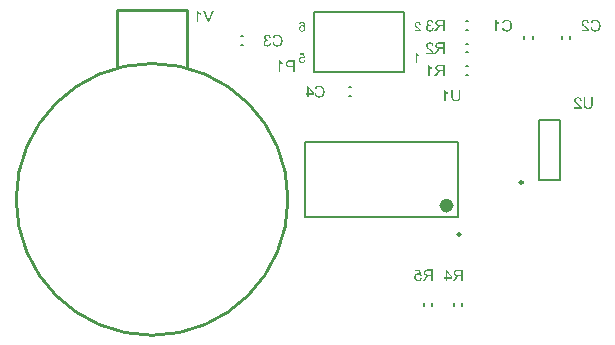
<source format=gbo>
%FSLAX25Y25*%
%MOIN*%
G70*
G01*
G75*
G04 Layer_Color=32896*
%ADD10C,0.01600*%
%ADD11C,0.05906*%
%ADD12R,0.05906X0.05906*%
%ADD13C,0.06000*%
%ADD14R,0.06000X0.06000*%
%ADD15C,0.04000*%
%ADD16R,0.03543X0.03740*%
%ADD17R,0.03740X0.03543*%
%ADD18O,0.08661X0.02362*%
%ADD19O,0.02362X0.08268*%
%ADD20C,0.00100*%
%ADD21C,0.06506*%
%ADD22R,0.06506X0.06506*%
%ADD23C,0.06400*%
%ADD24R,0.06400X0.06400*%
%ADD25C,0.06600*%
%ADD26R,0.04143X0.04340*%
%ADD27R,0.04340X0.04143*%
%ADD28O,0.09261X0.02962*%
%ADD29O,0.02962X0.08868*%
%ADD30C,0.00984*%
%ADD31C,0.02362*%
%ADD32C,0.01000*%
%ADD33C,0.00787*%
G36*
X226100Y42800D02*
X225589D01*
Y44504D01*
X224935D01*
X224873Y44498D01*
X224829D01*
X224790Y44493D01*
X224762Y44487D01*
X224740D01*
X224729Y44482D01*
X224724D01*
X224635Y44454D01*
X224596Y44437D01*
X224563Y44421D01*
X224529Y44404D01*
X224507Y44393D01*
X224496Y44387D01*
X224490Y44382D01*
X224446Y44348D01*
X224402Y44310D01*
X224318Y44226D01*
X224280Y44188D01*
X224252Y44154D01*
X224235Y44132D01*
X224230Y44126D01*
X224174Y44049D01*
X224113Y43966D01*
X224052Y43877D01*
X223991Y43793D01*
X223941Y43716D01*
X223902Y43655D01*
X223886Y43633D01*
X223874Y43616D01*
X223863Y43605D01*
Y43599D01*
X223358Y42800D01*
X222726D01*
X223386Y43843D01*
X223464Y43954D01*
X223536Y44054D01*
X223608Y44137D01*
X223669Y44215D01*
X223725Y44271D01*
X223769Y44315D01*
X223797Y44343D01*
X223808Y44354D01*
X223852Y44387D01*
X223902Y44426D01*
X224002Y44487D01*
X224046Y44509D01*
X224080Y44532D01*
X224102Y44543D01*
X224113Y44548D01*
X224013Y44565D01*
X223919Y44581D01*
X223836Y44609D01*
X223752Y44631D01*
X223680Y44659D01*
X223614Y44693D01*
X223553Y44720D01*
X223497Y44748D01*
X223453Y44781D01*
X223408Y44809D01*
X223375Y44831D01*
X223347Y44853D01*
X223325Y44870D01*
X223308Y44887D01*
X223303Y44892D01*
X223297Y44898D01*
X223253Y44953D01*
X223208Y45009D01*
X223142Y45125D01*
X223097Y45242D01*
X223064Y45353D01*
X223042Y45447D01*
X223036Y45486D01*
Y45525D01*
X223031Y45553D01*
Y45575D01*
Y45586D01*
Y45592D01*
X223036Y45708D01*
X223053Y45814D01*
X223081Y45913D01*
X223109Y45997D01*
X223142Y46069D01*
X223164Y46125D01*
X223186Y46158D01*
X223192Y46163D01*
Y46169D01*
X223258Y46258D01*
X223325Y46335D01*
X223397Y46402D01*
X223464Y46452D01*
X223525Y46491D01*
X223575Y46513D01*
X223608Y46530D01*
X223614Y46535D01*
X223619D01*
X223669Y46552D01*
X223730Y46569D01*
X223852Y46596D01*
X223985Y46613D01*
X224108Y46630D01*
X224224Y46635D01*
X224274D01*
X224318Y46641D01*
X226100D01*
Y42800D01*
D02*
G37*
G36*
X230211Y106463D02*
X230272Y106374D01*
X230344Y106285D01*
X230410Y106208D01*
X230477Y106141D01*
X230527Y106086D01*
X230549Y106069D01*
X230566Y106052D01*
X230571Y106047D01*
X230577Y106041D01*
X230694Y105947D01*
X230810Y105858D01*
X230921Y105780D01*
X231032Y105719D01*
X231126Y105664D01*
X231165Y105641D01*
X231199Y105625D01*
X231226Y105608D01*
X231248Y105603D01*
X231260Y105592D01*
X231265D01*
Y105137D01*
X231182Y105170D01*
X231099Y105209D01*
X231015Y105247D01*
X230938Y105286D01*
X230871Y105320D01*
X230816Y105347D01*
X230782Y105370D01*
X230777Y105375D01*
X230771D01*
X230671Y105436D01*
X230582Y105497D01*
X230505Y105553D01*
X230444Y105603D01*
X230388Y105641D01*
X230355Y105675D01*
X230327Y105697D01*
X230322Y105703D01*
Y102700D01*
X229850D01*
Y106557D01*
X230155D01*
X230211Y106463D01*
D02*
G37*
G36*
X235300Y104321D02*
Y104210D01*
X235295Y104104D01*
X235289Y104004D01*
X235278Y103910D01*
X235267Y103827D01*
X235256Y103749D01*
X235239Y103677D01*
X235228Y103610D01*
X235217Y103549D01*
X235200Y103499D01*
X235189Y103455D01*
X235178Y103421D01*
X235167Y103394D01*
X235161Y103372D01*
X235156Y103360D01*
Y103355D01*
X235095Y103233D01*
X235017Y103122D01*
X234939Y103033D01*
X234856Y102955D01*
X234784Y102894D01*
X234723Y102850D01*
X234701Y102839D01*
X234684Y102828D01*
X234673Y102817D01*
X234667D01*
X234528Y102755D01*
X234384Y102711D01*
X234234Y102678D01*
X234096Y102656D01*
X234035Y102650D01*
X233974Y102645D01*
X233918Y102639D01*
X233874D01*
X233835Y102633D01*
X233785D01*
X233585Y102645D01*
X233496Y102656D01*
X233413Y102667D01*
X233330Y102683D01*
X233258Y102700D01*
X233191Y102717D01*
X233130Y102739D01*
X233074Y102761D01*
X233030Y102778D01*
X232986Y102794D01*
X232952Y102811D01*
X232925Y102828D01*
X232908Y102833D01*
X232897Y102844D01*
X232891D01*
X232769Y102928D01*
X232669Y103022D01*
X232592Y103111D01*
X232525Y103200D01*
X232475Y103277D01*
X232442Y103338D01*
X232431Y103360D01*
X232419Y103377D01*
X232414Y103388D01*
Y103394D01*
X232392Y103460D01*
X232370Y103533D01*
X232336Y103682D01*
X232314Y103838D01*
X232297Y103988D01*
X232292Y104054D01*
X232286Y104121D01*
Y104176D01*
X232281Y104226D01*
Y104265D01*
Y104293D01*
Y104315D01*
Y104321D01*
Y106541D01*
X232791D01*
Y104321D01*
Y104193D01*
X232803Y104071D01*
X232814Y103965D01*
X232830Y103866D01*
X232847Y103777D01*
X232869Y103693D01*
X232886Y103621D01*
X232908Y103560D01*
X232930Y103510D01*
X232952Y103460D01*
X232975Y103427D01*
X232991Y103394D01*
X233008Y103372D01*
X233019Y103355D01*
X233025Y103349D01*
X233030Y103344D01*
X233080Y103299D01*
X233136Y103261D01*
X233258Y103200D01*
X233385Y103155D01*
X233518Y103127D01*
X233641Y103105D01*
X233691Y103100D01*
X233740D01*
X233774Y103094D01*
X233829D01*
X233946Y103100D01*
X234051Y103116D01*
X234151Y103133D01*
X234229Y103161D01*
X234295Y103183D01*
X234345Y103200D01*
X234373Y103216D01*
X234384Y103222D01*
X234462Y103272D01*
X234528Y103333D01*
X234584Y103394D01*
X234623Y103449D01*
X234656Y103505D01*
X234684Y103544D01*
X234695Y103571D01*
X234701Y103583D01*
X234717Y103632D01*
X234728Y103682D01*
X234751Y103799D01*
X234767Y103921D01*
X234778Y104043D01*
X234784Y104149D01*
Y104199D01*
X234789Y104237D01*
Y104271D01*
Y104298D01*
Y104315D01*
Y104321D01*
Y106541D01*
X235300D01*
Y104321D01*
D02*
G37*
G36*
X247255Y129763D02*
X247316Y129674D01*
X247389Y129585D01*
X247455Y129508D01*
X247522Y129441D01*
X247572Y129385D01*
X247594Y129369D01*
X247610Y129352D01*
X247616Y129347D01*
X247621Y129341D01*
X247738Y129247D01*
X247855Y129158D01*
X247966Y129080D01*
X248077Y129019D01*
X248171Y128964D01*
X248210Y128942D01*
X248243Y128925D01*
X248271Y128908D01*
X248293Y128903D01*
X248304Y128892D01*
X248310D01*
Y128436D01*
X248226Y128470D01*
X248143Y128509D01*
X248060Y128548D01*
X247982Y128586D01*
X247916Y128620D01*
X247860Y128647D01*
X247827Y128670D01*
X247821Y128675D01*
X247816D01*
X247716Y128736D01*
X247627Y128797D01*
X247549Y128853D01*
X247488Y128903D01*
X247433Y128942D01*
X247399Y128975D01*
X247372Y128997D01*
X247366Y129002D01*
Y126000D01*
X246895D01*
Y129857D01*
X247200D01*
X247255Y129763D01*
D02*
G37*
G36*
X236100Y42700D02*
X235589D01*
Y44404D01*
X234934D01*
X234874Y44398D01*
X234829D01*
X234790Y44393D01*
X234762Y44387D01*
X234740D01*
X234729Y44382D01*
X234724D01*
X234635Y44354D01*
X234596Y44337D01*
X234563Y44321D01*
X234529Y44304D01*
X234507Y44293D01*
X234496Y44287D01*
X234490Y44282D01*
X234446Y44249D01*
X234402Y44210D01*
X234318Y44126D01*
X234280Y44087D01*
X234252Y44054D01*
X234235Y44032D01*
X234230Y44026D01*
X234174Y43949D01*
X234113Y43865D01*
X234052Y43777D01*
X233991Y43694D01*
X233941Y43616D01*
X233902Y43555D01*
X233886Y43532D01*
X233874Y43516D01*
X233863Y43505D01*
Y43499D01*
X233358Y42700D01*
X232726D01*
X233386Y43743D01*
X233464Y43854D01*
X233536Y43954D01*
X233608Y44038D01*
X233669Y44115D01*
X233725Y44171D01*
X233769Y44215D01*
X233797Y44243D01*
X233808Y44254D01*
X233852Y44287D01*
X233902Y44326D01*
X234002Y44387D01*
X234047Y44409D01*
X234080Y44432D01*
X234102Y44443D01*
X234113Y44448D01*
X234013Y44465D01*
X233919Y44482D01*
X233836Y44509D01*
X233752Y44532D01*
X233680Y44559D01*
X233614Y44592D01*
X233553Y44620D01*
X233497Y44648D01*
X233453Y44681D01*
X233408Y44709D01*
X233375Y44731D01*
X233347Y44754D01*
X233325Y44770D01*
X233308Y44787D01*
X233303Y44792D01*
X233297Y44798D01*
X233253Y44853D01*
X233208Y44909D01*
X233142Y45026D01*
X233097Y45142D01*
X233064Y45253D01*
X233042Y45347D01*
X233036Y45386D01*
Y45425D01*
X233031Y45453D01*
Y45475D01*
Y45486D01*
Y45492D01*
X233036Y45608D01*
X233053Y45714D01*
X233081Y45814D01*
X233109Y45897D01*
X233142Y45969D01*
X233164Y46025D01*
X233186Y46058D01*
X233192Y46063D01*
Y46069D01*
X233258Y46158D01*
X233325Y46235D01*
X233397Y46302D01*
X233464Y46352D01*
X233525Y46391D01*
X233575Y46413D01*
X233608Y46430D01*
X233614Y46435D01*
X233619D01*
X233669Y46452D01*
X233730Y46468D01*
X233852Y46496D01*
X233985Y46513D01*
X234107Y46529D01*
X234224Y46535D01*
X234274D01*
X234318Y46541D01*
X236100D01*
Y42700D01*
D02*
G37*
G36*
X232587Y44054D02*
Y43621D01*
X230916D01*
Y42700D01*
X230445D01*
Y43621D01*
X229923D01*
Y44054D01*
X230445D01*
Y46541D01*
X230827D01*
X232587Y44054D01*
D02*
G37*
G36*
X222343Y44615D02*
X221899Y44554D01*
X221860Y44615D01*
X221810Y44665D01*
X221765Y44715D01*
X221721Y44754D01*
X221677Y44781D01*
X221643Y44809D01*
X221621Y44820D01*
X221616Y44826D01*
X221543Y44859D01*
X221471Y44887D01*
X221405Y44903D01*
X221338Y44920D01*
X221283Y44926D01*
X221238Y44931D01*
X221133D01*
X221066Y44920D01*
X220950Y44892D01*
X220850Y44853D01*
X220761Y44815D01*
X220694Y44770D01*
X220644Y44731D01*
X220617Y44704D01*
X220605Y44698D01*
Y44693D01*
X220528Y44598D01*
X220472Y44498D01*
X220433Y44393D01*
X220406Y44287D01*
X220389Y44199D01*
X220384Y44160D01*
Y44126D01*
X220378Y44099D01*
Y44076D01*
Y44065D01*
Y44060D01*
Y43982D01*
X220389Y43910D01*
X220417Y43771D01*
X220456Y43655D01*
X220495Y43560D01*
X220539Y43483D01*
X220578Y43422D01*
X220594Y43405D01*
X220605Y43388D01*
X220611Y43383D01*
X220617Y43377D01*
X220661Y43333D01*
X220705Y43294D01*
X220805Y43227D01*
X220900Y43183D01*
X220994Y43155D01*
X221072Y43133D01*
X221138Y43127D01*
X221161Y43122D01*
X221194D01*
X221299Y43127D01*
X221394Y43150D01*
X221477Y43177D01*
X221543Y43211D01*
X221604Y43244D01*
X221649Y43272D01*
X221671Y43294D01*
X221682Y43299D01*
X221749Y43377D01*
X221804Y43460D01*
X221849Y43555D01*
X221882Y43638D01*
X221904Y43721D01*
X221921Y43782D01*
X221926Y43810D01*
X221932Y43827D01*
Y43838D01*
Y43843D01*
X222426Y43805D01*
X222415Y43716D01*
X222398Y43633D01*
X222348Y43477D01*
X222287Y43344D01*
X222254Y43283D01*
X222221Y43233D01*
X222193Y43183D01*
X222160Y43139D01*
X222132Y43105D01*
X222104Y43077D01*
X222082Y43055D01*
X222071Y43033D01*
X222060Y43028D01*
X222054Y43022D01*
X221987Y42972D01*
X221921Y42928D01*
X221849Y42889D01*
X221777Y42856D01*
X221638Y42805D01*
X221499Y42772D01*
X221438Y42756D01*
X221377Y42750D01*
X221327Y42744D01*
X221283Y42739D01*
X221244Y42733D01*
X221194D01*
X221077Y42739D01*
X220966Y42756D01*
X220861Y42778D01*
X220766Y42805D01*
X220678Y42844D01*
X220594Y42883D01*
X220517Y42922D01*
X220450Y42966D01*
X220389Y43011D01*
X220334Y43050D01*
X220289Y43094D01*
X220250Y43127D01*
X220223Y43155D01*
X220200Y43177D01*
X220189Y43194D01*
X220184Y43200D01*
X220128Y43272D01*
X220084Y43349D01*
X220039Y43422D01*
X220006Y43499D01*
X219951Y43649D01*
X219917Y43793D01*
X219906Y43854D01*
X219895Y43916D01*
X219890Y43966D01*
X219884Y44010D01*
X219879Y44049D01*
Y44076D01*
Y44093D01*
Y44099D01*
X219884Y44199D01*
X219895Y44293D01*
X219912Y44387D01*
X219934Y44471D01*
X219962Y44548D01*
X219989Y44626D01*
X220023Y44693D01*
X220051Y44754D01*
X220084Y44809D01*
X220117Y44859D01*
X220145Y44898D01*
X220173Y44937D01*
X220195Y44965D01*
X220212Y44981D01*
X220223Y44992D01*
X220228Y44998D01*
X220295Y45059D01*
X220361Y45114D01*
X220433Y45159D01*
X220506Y45198D01*
X220578Y45237D01*
X220650Y45264D01*
X220783Y45303D01*
X220844Y45320D01*
X220900Y45331D01*
X220950Y45336D01*
X220994Y45342D01*
X221027Y45347D01*
X221149D01*
X221216Y45336D01*
X221349Y45309D01*
X221471Y45270D01*
X221582Y45225D01*
X221671Y45181D01*
X221710Y45159D01*
X221743Y45142D01*
X221771Y45125D01*
X221788Y45114D01*
X221799Y45109D01*
X221804Y45103D01*
X221599Y46141D01*
X220062D01*
Y46591D01*
X221971D01*
X222343Y44615D01*
D02*
G37*
G36*
X274555Y104052D02*
X274649Y104046D01*
X274738Y104030D01*
X274821Y104013D01*
X274899Y103991D01*
X274971Y103969D01*
X275038Y103941D01*
X275099Y103913D01*
X275154Y103885D01*
X275199Y103857D01*
X275237Y103835D01*
X275271Y103813D01*
X275299Y103796D01*
X275315Y103780D01*
X275326Y103774D01*
X275332Y103769D01*
X275387Y103713D01*
X275437Y103652D01*
X275487Y103586D01*
X275526Y103519D01*
X275593Y103386D01*
X275637Y103252D01*
X275654Y103191D01*
X275670Y103130D01*
X275681Y103080D01*
X275693Y103036D01*
X275698Y102997D01*
Y102970D01*
X275704Y102953D01*
Y102947D01*
X275221Y102897D01*
X275210Y103025D01*
X275188Y103136D01*
X275154Y103236D01*
X275115Y103314D01*
X275082Y103380D01*
X275049Y103425D01*
X275027Y103452D01*
X275015Y103463D01*
X274932Y103530D01*
X274843Y103580D01*
X274749Y103619D01*
X274666Y103641D01*
X274588Y103658D01*
X274521Y103663D01*
X274499Y103669D01*
X274466D01*
X274349Y103663D01*
X274244Y103641D01*
X274155Y103608D01*
X274078Y103574D01*
X274016Y103535D01*
X273978Y103508D01*
X273950Y103486D01*
X273939Y103474D01*
X273872Y103397D01*
X273822Y103319D01*
X273783Y103241D01*
X273761Y103164D01*
X273745Y103103D01*
X273739Y103047D01*
X273733Y103014D01*
Y103008D01*
Y103003D01*
X273745Y102903D01*
X273767Y102797D01*
X273806Y102703D01*
X273845Y102614D01*
X273889Y102542D01*
X273928Y102481D01*
X273939Y102459D01*
X273950Y102442D01*
X273961Y102437D01*
Y102431D01*
X274005Y102370D01*
X274061Y102309D01*
X274122Y102242D01*
X274188Y102176D01*
X274327Y102043D01*
X274466Y101909D01*
X274538Y101848D01*
X274599Y101793D01*
X274660Y101743D01*
X274710Y101699D01*
X274749Y101665D01*
X274782Y101637D01*
X274805Y101621D01*
X274810Y101615D01*
X274949Y101499D01*
X275077Y101388D01*
X275182Y101288D01*
X275265Y101205D01*
X275337Y101132D01*
X275387Y101082D01*
X275415Y101049D01*
X275426Y101044D01*
Y101038D01*
X275504Y100944D01*
X275565Y100855D01*
X275620Y100766D01*
X275665Y100688D01*
X275698Y100622D01*
X275720Y100572D01*
X275731Y100539D01*
X275737Y100533D01*
Y100527D01*
X275759Y100466D01*
X275770Y100411D01*
X275781Y100355D01*
X275787Y100305D01*
X275793Y100261D01*
Y100228D01*
Y100206D01*
Y100200D01*
X273245D01*
Y100655D01*
X275138D01*
X275071Y100750D01*
X275038Y100788D01*
X275010Y100827D01*
X274982Y100861D01*
X274960Y100883D01*
X274943Y100899D01*
X274938Y100905D01*
X274910Y100933D01*
X274877Y100960D01*
X274799Y101032D01*
X274710Y101116D01*
X274616Y101199D01*
X274527Y101271D01*
X274488Y101304D01*
X274455Y101338D01*
X274427Y101360D01*
X274405Y101377D01*
X274394Y101388D01*
X274388Y101393D01*
X274300Y101471D01*
X274211Y101543D01*
X274133Y101615D01*
X274061Y101676D01*
X273994Y101737D01*
X273939Y101793D01*
X273883Y101843D01*
X273839Y101887D01*
X273795Y101932D01*
X273761Y101965D01*
X273733Y101993D01*
X273706Y102020D01*
X273678Y102054D01*
X273667Y102065D01*
X273589Y102159D01*
X273523Y102242D01*
X273467Y102326D01*
X273423Y102392D01*
X273389Y102453D01*
X273367Y102498D01*
X273356Y102525D01*
X273351Y102537D01*
X273317Y102620D01*
X273295Y102703D01*
X273273Y102781D01*
X273262Y102847D01*
X273256Y102908D01*
X273251Y102953D01*
Y102980D01*
Y102992D01*
X273256Y103075D01*
X273267Y103153D01*
X273278Y103230D01*
X273301Y103297D01*
X273356Y103430D01*
X273411Y103535D01*
X273445Y103586D01*
X273473Y103624D01*
X273500Y103663D01*
X273528Y103691D01*
X273550Y103713D01*
X273561Y103735D01*
X273572Y103741D01*
X273578Y103746D01*
X273639Y103802D01*
X273706Y103852D01*
X273778Y103891D01*
X273850Y103924D01*
X273994Y103980D01*
X274139Y104018D01*
X274200Y104030D01*
X274261Y104041D01*
X274316Y104046D01*
X274361Y104052D01*
X274399Y104057D01*
X274455D01*
X274555Y104052D01*
D02*
G37*
G36*
X174374Y124896D02*
X174551Y124868D01*
X174707Y124835D01*
X174779Y124813D01*
X174846Y124791D01*
X174907Y124768D01*
X174962Y124746D01*
X175006Y124730D01*
X175051Y124713D01*
X175079Y124696D01*
X175101Y124685D01*
X175118Y124680D01*
X175123Y124674D01*
X175273Y124580D01*
X175401Y124469D01*
X175512Y124358D01*
X175606Y124247D01*
X175678Y124147D01*
X175706Y124102D01*
X175728Y124064D01*
X175750Y124036D01*
X175761Y124014D01*
X175767Y123997D01*
X175773Y123992D01*
X175850Y123819D01*
X175906Y123642D01*
X175944Y123464D01*
X175972Y123303D01*
X175983Y123231D01*
X175989Y123159D01*
X175995Y123103D01*
Y123048D01*
X176000Y123009D01*
Y122976D01*
Y122954D01*
Y122948D01*
X175989Y122748D01*
X175967Y122554D01*
X175939Y122382D01*
X175917Y122299D01*
X175900Y122227D01*
X175883Y122160D01*
X175861Y122099D01*
X175845Y122043D01*
X175833Y121999D01*
X175817Y121966D01*
X175811Y121938D01*
X175800Y121921D01*
Y121916D01*
X175717Y121749D01*
X175623Y121599D01*
X175523Y121472D01*
X175473Y121422D01*
X175428Y121372D01*
X175384Y121327D01*
X175340Y121289D01*
X175301Y121255D01*
X175267Y121233D01*
X175245Y121211D01*
X175223Y121194D01*
X175212Y121189D01*
X175206Y121183D01*
X175129Y121139D01*
X175051Y121100D01*
X174884Y121039D01*
X174718Y120994D01*
X174557Y120967D01*
X174479Y120956D01*
X174413Y120944D01*
X174352Y120939D01*
X174302D01*
X174257Y120933D01*
X174196D01*
X174085Y120939D01*
X173980Y120950D01*
X173880Y120961D01*
X173785Y120983D01*
X173697Y121011D01*
X173614Y121039D01*
X173536Y121067D01*
X173464Y121100D01*
X173403Y121128D01*
X173342Y121155D01*
X173297Y121183D01*
X173253Y121211D01*
X173225Y121233D01*
X173197Y121244D01*
X173186Y121255D01*
X173181Y121261D01*
X173103Y121327D01*
X173036Y121394D01*
X172975Y121472D01*
X172914Y121549D01*
X172814Y121705D01*
X172737Y121860D01*
X172703Y121932D01*
X172676Y121999D01*
X172653Y122060D01*
X172637Y122110D01*
X172620Y122154D01*
X172609Y122188D01*
X172603Y122210D01*
Y122215D01*
X173114Y122343D01*
X173136Y122254D01*
X173164Y122171D01*
X173192Y122093D01*
X173220Y122021D01*
X173253Y121955D01*
X173286Y121899D01*
X173325Y121844D01*
X173358Y121794D01*
X173386Y121749D01*
X173419Y121716D01*
X173447Y121683D01*
X173469Y121655D01*
X173491Y121638D01*
X173508Y121622D01*
X173514Y121616D01*
X173519Y121610D01*
X173575Y121566D01*
X173636Y121533D01*
X173758Y121472D01*
X173874Y121427D01*
X173991Y121400D01*
X174091Y121377D01*
X174130Y121372D01*
X174169D01*
X174202Y121366D01*
X174241D01*
X174368Y121372D01*
X174490Y121394D01*
X174601Y121422D01*
X174701Y121455D01*
X174779Y121488D01*
X174812Y121505D01*
X174840Y121516D01*
X174862Y121527D01*
X174879Y121538D01*
X174890Y121544D01*
X174896D01*
X175001Y121622D01*
X175090Y121705D01*
X175168Y121799D01*
X175229Y121888D01*
X175278Y121966D01*
X175312Y122032D01*
X175323Y122060D01*
X175334Y122077D01*
X175340Y122088D01*
Y122093D01*
X175384Y122238D01*
X175417Y122382D01*
X175445Y122526D01*
X175462Y122659D01*
X175467Y122721D01*
X175473Y122776D01*
Y122826D01*
X175478Y122865D01*
Y122898D01*
Y122926D01*
Y122942D01*
Y122948D01*
X175473Y123092D01*
X175462Y123225D01*
X175440Y123348D01*
X175417Y123459D01*
X175401Y123553D01*
X175390Y123592D01*
X175378Y123625D01*
X175373Y123653D01*
X175367Y123670D01*
X175362Y123681D01*
Y123686D01*
X175306Y123814D01*
X175245Y123930D01*
X175179Y124025D01*
X175106Y124108D01*
X175045Y124175D01*
X174996Y124219D01*
X174957Y124247D01*
X174951Y124258D01*
X174945D01*
X174829Y124330D01*
X174701Y124385D01*
X174579Y124424D01*
X174463Y124447D01*
X174357Y124463D01*
X174313Y124469D01*
X174274D01*
X174246Y124474D01*
X174202D01*
X174063Y124469D01*
X173935Y124447D01*
X173830Y124413D01*
X173736Y124380D01*
X173663Y124341D01*
X173608Y124313D01*
X173575Y124291D01*
X173564Y124280D01*
X173475Y124197D01*
X173391Y124102D01*
X173325Y124003D01*
X173269Y123903D01*
X173225Y123814D01*
X173208Y123769D01*
X173197Y123736D01*
X173186Y123708D01*
X173175Y123686D01*
X173170Y123675D01*
Y123670D01*
X172670Y123786D01*
X172703Y123886D01*
X172737Y123975D01*
X172781Y124058D01*
X172820Y124141D01*
X172864Y124213D01*
X172914Y124280D01*
X172959Y124347D01*
X173003Y124402D01*
X173047Y124447D01*
X173086Y124491D01*
X173125Y124530D01*
X173153Y124557D01*
X173181Y124585D01*
X173203Y124602D01*
X173214Y124608D01*
X173220Y124613D01*
X173297Y124663D01*
X173375Y124713D01*
X173452Y124752D01*
X173536Y124785D01*
X173702Y124835D01*
X173852Y124868D01*
X173924Y124885D01*
X173985Y124891D01*
X174046Y124896D01*
X174096Y124902D01*
X174135Y124907D01*
X174191D01*
X174374Y124896D01*
D02*
G37*
G36*
X186331Y105354D02*
Y104921D01*
X184661D01*
Y104000D01*
X184189D01*
Y104921D01*
X183668D01*
Y105354D01*
X184189D01*
Y107841D01*
X184572D01*
X186331Y105354D01*
D02*
G37*
G36*
X188374Y107896D02*
X188551Y107868D01*
X188707Y107835D01*
X188779Y107813D01*
X188846Y107791D01*
X188907Y107768D01*
X188962Y107746D01*
X189007Y107730D01*
X189051Y107713D01*
X189079Y107696D01*
X189101Y107685D01*
X189118Y107680D01*
X189123Y107674D01*
X189273Y107580D01*
X189401Y107469D01*
X189512Y107358D01*
X189606Y107247D01*
X189678Y107147D01*
X189706Y107102D01*
X189728Y107064D01*
X189750Y107036D01*
X189761Y107014D01*
X189767Y106997D01*
X189772Y106992D01*
X189850Y106819D01*
X189906Y106642D01*
X189945Y106464D01*
X189972Y106303D01*
X189983Y106231D01*
X189989Y106159D01*
X189995Y106103D01*
Y106048D01*
X190000Y106009D01*
Y105976D01*
Y105954D01*
Y105948D01*
X189989Y105748D01*
X189967Y105554D01*
X189939Y105382D01*
X189917Y105299D01*
X189900Y105227D01*
X189883Y105160D01*
X189861Y105099D01*
X189845Y105043D01*
X189834Y104999D01*
X189817Y104966D01*
X189811Y104938D01*
X189800Y104921D01*
Y104916D01*
X189717Y104749D01*
X189623Y104599D01*
X189523Y104472D01*
X189473Y104422D01*
X189428Y104372D01*
X189384Y104327D01*
X189340Y104289D01*
X189301Y104255D01*
X189268Y104233D01*
X189245Y104211D01*
X189223Y104194D01*
X189212Y104189D01*
X189206Y104183D01*
X189129Y104139D01*
X189051Y104100D01*
X188884Y104039D01*
X188718Y103995D01*
X188557Y103967D01*
X188479Y103956D01*
X188413Y103945D01*
X188352Y103939D01*
X188302D01*
X188257Y103933D01*
X188196D01*
X188085Y103939D01*
X187980Y103950D01*
X187880Y103961D01*
X187786Y103983D01*
X187697Y104011D01*
X187614Y104039D01*
X187536Y104067D01*
X187464Y104100D01*
X187403Y104128D01*
X187342Y104155D01*
X187297Y104183D01*
X187253Y104211D01*
X187225Y104233D01*
X187197Y104244D01*
X187186Y104255D01*
X187181Y104261D01*
X187103Y104327D01*
X187036Y104394D01*
X186975Y104472D01*
X186914Y104550D01*
X186814Y104705D01*
X186737Y104860D01*
X186703Y104932D01*
X186676Y104999D01*
X186653Y105060D01*
X186637Y105110D01*
X186620Y105154D01*
X186609Y105188D01*
X186603Y105210D01*
Y105216D01*
X187114Y105343D01*
X187136Y105254D01*
X187164Y105171D01*
X187192Y105093D01*
X187220Y105021D01*
X187253Y104955D01*
X187286Y104899D01*
X187325Y104844D01*
X187358Y104794D01*
X187386Y104749D01*
X187419Y104716D01*
X187447Y104683D01*
X187469Y104655D01*
X187492Y104638D01*
X187508Y104622D01*
X187514Y104616D01*
X187519Y104611D01*
X187575Y104566D01*
X187636Y104533D01*
X187758Y104472D01*
X187874Y104427D01*
X187991Y104400D01*
X188091Y104377D01*
X188130Y104372D01*
X188169D01*
X188202Y104366D01*
X188241D01*
X188368Y104372D01*
X188490Y104394D01*
X188602Y104422D01*
X188701Y104455D01*
X188779Y104488D01*
X188812Y104505D01*
X188840Y104516D01*
X188862Y104527D01*
X188879Y104538D01*
X188890Y104544D01*
X188896D01*
X189001Y104622D01*
X189090Y104705D01*
X189168Y104799D01*
X189229Y104888D01*
X189279Y104966D01*
X189312Y105032D01*
X189323Y105060D01*
X189334Y105077D01*
X189340Y105088D01*
Y105093D01*
X189384Y105238D01*
X189417Y105382D01*
X189445Y105526D01*
X189462Y105659D01*
X189467Y105720D01*
X189473Y105776D01*
Y105826D01*
X189478Y105865D01*
Y105898D01*
Y105926D01*
Y105942D01*
Y105948D01*
X189473Y106092D01*
X189462Y106226D01*
X189439Y106348D01*
X189417Y106459D01*
X189401Y106553D01*
X189390Y106592D01*
X189378Y106625D01*
X189373Y106653D01*
X189367Y106670D01*
X189362Y106681D01*
Y106686D01*
X189306Y106814D01*
X189245Y106930D01*
X189179Y107025D01*
X189107Y107108D01*
X189046Y107175D01*
X188996Y107219D01*
X188957Y107247D01*
X188951Y107258D01*
X188946D01*
X188829Y107330D01*
X188701Y107386D01*
X188579Y107424D01*
X188463Y107447D01*
X188357Y107463D01*
X188313Y107469D01*
X188274D01*
X188246Y107474D01*
X188202D01*
X188063Y107469D01*
X187935Y107447D01*
X187830Y107413D01*
X187736Y107380D01*
X187663Y107341D01*
X187608Y107313D01*
X187575Y107291D01*
X187564Y107280D01*
X187475Y107197D01*
X187392Y107102D01*
X187325Y107002D01*
X187269Y106903D01*
X187225Y106814D01*
X187208Y106770D01*
X187197Y106736D01*
X187186Y106708D01*
X187175Y106686D01*
X187170Y106675D01*
Y106670D01*
X186670Y106786D01*
X186703Y106886D01*
X186737Y106975D01*
X186781Y107058D01*
X186820Y107141D01*
X186864Y107213D01*
X186914Y107280D01*
X186959Y107347D01*
X187003Y107402D01*
X187048Y107447D01*
X187086Y107491D01*
X187125Y107530D01*
X187153Y107557D01*
X187181Y107585D01*
X187203Y107602D01*
X187214Y107607D01*
X187220Y107613D01*
X187297Y107663D01*
X187375Y107713D01*
X187453Y107752D01*
X187536Y107785D01*
X187702Y107835D01*
X187852Y107868D01*
X187924Y107885D01*
X187985Y107891D01*
X188047Y107896D01*
X188096Y107902D01*
X188135Y107907D01*
X188191D01*
X188374Y107896D01*
D02*
G37*
G36*
X171127Y124846D02*
X171277Y124818D01*
X171405Y124774D01*
X171516Y124730D01*
X171566Y124702D01*
X171604Y124680D01*
X171643Y124657D01*
X171671Y124635D01*
X171693Y124619D01*
X171710Y124608D01*
X171721Y124602D01*
X171727Y124596D01*
X171832Y124491D01*
X171915Y124374D01*
X171982Y124252D01*
X172037Y124130D01*
X172071Y124025D01*
X172087Y123980D01*
X172098Y123942D01*
X172104Y123908D01*
X172109Y123886D01*
X172115Y123869D01*
Y123864D01*
X171643Y123781D01*
X171621Y123903D01*
X171588Y124008D01*
X171549Y124097D01*
X171510Y124169D01*
X171471Y124224D01*
X171438Y124263D01*
X171416Y124291D01*
X171410Y124297D01*
X171338Y124352D01*
X171260Y124397D01*
X171188Y124424D01*
X171116Y124447D01*
X171049Y124458D01*
X171000Y124469D01*
X170955D01*
X170855Y124463D01*
X170766Y124441D01*
X170689Y124413D01*
X170622Y124385D01*
X170572Y124352D01*
X170533Y124325D01*
X170505Y124302D01*
X170500Y124297D01*
X170439Y124230D01*
X170395Y124158D01*
X170367Y124086D01*
X170345Y124019D01*
X170333Y123958D01*
X170322Y123914D01*
Y123880D01*
Y123875D01*
Y123869D01*
Y123808D01*
X170333Y123753D01*
X170361Y123658D01*
X170400Y123575D01*
X170445Y123503D01*
X170489Y123453D01*
X170528Y123414D01*
X170555Y123392D01*
X170561Y123387D01*
X170567D01*
X170661Y123337D01*
X170750Y123298D01*
X170844Y123270D01*
X170927Y123253D01*
X171000Y123242D01*
X171061Y123231D01*
X171133D01*
X171155Y123237D01*
X171183D01*
X171238Y122820D01*
X171166Y122837D01*
X171099Y122848D01*
X171044Y122859D01*
X170994Y122865D01*
X170955Y122870D01*
X170905D01*
X170789Y122859D01*
X170683Y122837D01*
X170589Y122804D01*
X170511Y122765D01*
X170450Y122726D01*
X170406Y122693D01*
X170378Y122671D01*
X170367Y122659D01*
X170295Y122576D01*
X170239Y122487D01*
X170200Y122399D01*
X170178Y122310D01*
X170161Y122238D01*
X170156Y122177D01*
X170150Y122154D01*
Y122138D01*
Y122127D01*
Y122121D01*
X170161Y121999D01*
X170189Y121888D01*
X170222Y121794D01*
X170267Y121710D01*
X170311Y121644D01*
X170345Y121594D01*
X170372Y121561D01*
X170383Y121549D01*
X170472Y121472D01*
X170567Y121416D01*
X170661Y121377D01*
X170750Y121350D01*
X170827Y121333D01*
X170888Y121327D01*
X170911Y121322D01*
X170944D01*
X171044Y121327D01*
X171138Y121350D01*
X171221Y121377D01*
X171288Y121411D01*
X171344Y121438D01*
X171388Y121466D01*
X171410Y121488D01*
X171421Y121494D01*
X171488Y121572D01*
X171543Y121660D01*
X171593Y121755D01*
X171632Y121855D01*
X171660Y121938D01*
X171671Y121977D01*
X171677Y122010D01*
X171682Y122038D01*
X171688Y122060D01*
X171693Y122071D01*
Y122077D01*
X172165Y122016D01*
X172154Y121927D01*
X172137Y121844D01*
X172087Y121688D01*
X172026Y121555D01*
X171993Y121500D01*
X171960Y121444D01*
X171926Y121394D01*
X171893Y121355D01*
X171865Y121316D01*
X171837Y121289D01*
X171821Y121266D01*
X171804Y121250D01*
X171793Y121239D01*
X171788Y121233D01*
X171721Y121183D01*
X171654Y121133D01*
X171588Y121094D01*
X171516Y121061D01*
X171377Y121005D01*
X171244Y120972D01*
X171183Y120961D01*
X171127Y120950D01*
X171077Y120944D01*
X171033Y120939D01*
X171000Y120933D01*
X170949D01*
X170844Y120939D01*
X170750Y120950D01*
X170655Y120967D01*
X170567Y120989D01*
X170483Y121017D01*
X170411Y121044D01*
X170339Y121078D01*
X170278Y121111D01*
X170217Y121139D01*
X170167Y121172D01*
X170123Y121200D01*
X170089Y121228D01*
X170062Y121250D01*
X170039Y121266D01*
X170028Y121277D01*
X170023Y121283D01*
X169956Y121350D01*
X169901Y121422D01*
X169851Y121494D01*
X169806Y121566D01*
X169773Y121633D01*
X169740Y121705D01*
X169695Y121838D01*
X169684Y121899D01*
X169673Y121955D01*
X169662Y122004D01*
X169656Y122049D01*
X169651Y122082D01*
Y122110D01*
Y122127D01*
Y122132D01*
X169656Y122265D01*
X169678Y122388D01*
X169712Y122493D01*
X169745Y122582D01*
X169778Y122654D01*
X169812Y122709D01*
X169834Y122743D01*
X169840Y122754D01*
X169917Y122837D01*
X170001Y122909D01*
X170089Y122965D01*
X170178Y123009D01*
X170256Y123042D01*
X170317Y123065D01*
X170339Y123070D01*
X170356Y123076D01*
X170367Y123081D01*
X170372D01*
X170278Y123131D01*
X170200Y123181D01*
X170134Y123237D01*
X170078Y123287D01*
X170034Y123331D01*
X170001Y123370D01*
X169984Y123392D01*
X169978Y123403D01*
X169934Y123481D01*
X169901Y123558D01*
X169873Y123636D01*
X169856Y123708D01*
X169845Y123769D01*
X169840Y123814D01*
Y123847D01*
Y123858D01*
X169845Y123953D01*
X169862Y124047D01*
X169884Y124130D01*
X169912Y124202D01*
X169939Y124263D01*
X169962Y124313D01*
X169978Y124341D01*
X169984Y124352D01*
X170039Y124435D01*
X170106Y124508D01*
X170173Y124569D01*
X170239Y124624D01*
X170295Y124663D01*
X170345Y124696D01*
X170378Y124713D01*
X170383Y124718D01*
X170389D01*
X170489Y124763D01*
X170589Y124796D01*
X170689Y124824D01*
X170777Y124841D01*
X170850Y124852D01*
X170911Y124857D01*
X171049D01*
X171127Y124846D01*
D02*
G37*
G36*
X279400Y101821D02*
Y101710D01*
X279395Y101604D01*
X279389Y101504D01*
X279378Y101410D01*
X279367Y101327D01*
X279356Y101249D01*
X279339Y101177D01*
X279328Y101110D01*
X279317Y101049D01*
X279300Y100999D01*
X279289Y100955D01*
X279278Y100921D01*
X279267Y100894D01*
X279261Y100872D01*
X279256Y100861D01*
Y100855D01*
X279195Y100733D01*
X279117Y100622D01*
X279039Y100533D01*
X278956Y100455D01*
X278884Y100394D01*
X278823Y100350D01*
X278801Y100339D01*
X278784Y100328D01*
X278773Y100317D01*
X278767D01*
X278628Y100256D01*
X278484Y100211D01*
X278334Y100178D01*
X278196Y100156D01*
X278135Y100150D01*
X278074Y100145D01*
X278018Y100139D01*
X277974D01*
X277935Y100133D01*
X277885D01*
X277685Y100145D01*
X277596Y100156D01*
X277513Y100167D01*
X277430Y100183D01*
X277358Y100200D01*
X277291Y100217D01*
X277230Y100239D01*
X277174Y100261D01*
X277130Y100278D01*
X277086Y100294D01*
X277052Y100311D01*
X277025Y100328D01*
X277008Y100333D01*
X276997Y100344D01*
X276991D01*
X276869Y100427D01*
X276769Y100522D01*
X276692Y100611D01*
X276625Y100699D01*
X276575Y100777D01*
X276542Y100838D01*
X276531Y100861D01*
X276519Y100877D01*
X276514Y100888D01*
Y100894D01*
X276492Y100960D01*
X276470Y101032D01*
X276436Y101182D01*
X276414Y101338D01*
X276397Y101488D01*
X276392Y101554D01*
X276386Y101621D01*
Y101676D01*
X276381Y101726D01*
Y101765D01*
Y101793D01*
Y101815D01*
Y101821D01*
Y104041D01*
X276891D01*
Y101821D01*
Y101693D01*
X276903Y101571D01*
X276914Y101465D01*
X276930Y101365D01*
X276947Y101277D01*
X276969Y101193D01*
X276986Y101121D01*
X277008Y101060D01*
X277030Y101010D01*
X277052Y100960D01*
X277075Y100927D01*
X277091Y100894D01*
X277108Y100872D01*
X277119Y100855D01*
X277125Y100849D01*
X277130Y100844D01*
X277180Y100799D01*
X277236Y100761D01*
X277358Y100699D01*
X277485Y100655D01*
X277618Y100627D01*
X277741Y100605D01*
X277790Y100600D01*
X277840D01*
X277874Y100594D01*
X277929D01*
X278046Y100600D01*
X278151Y100616D01*
X278251Y100633D01*
X278329Y100661D01*
X278395Y100683D01*
X278445Y100699D01*
X278473Y100716D01*
X278484Y100722D01*
X278562Y100772D01*
X278628Y100833D01*
X278684Y100894D01*
X278723Y100949D01*
X278756Y101005D01*
X278784Y101044D01*
X278795Y101071D01*
X278801Y101082D01*
X278817Y101132D01*
X278828Y101182D01*
X278851Y101299D01*
X278867Y101421D01*
X278878Y101543D01*
X278884Y101649D01*
Y101699D01*
X278889Y101737D01*
Y101771D01*
Y101798D01*
Y101815D01*
Y101821D01*
Y104041D01*
X279400D01*
Y101821D01*
D02*
G37*
G36*
X276999Y129852D02*
X277094Y129846D01*
X277183Y129830D01*
X277266Y129813D01*
X277344Y129791D01*
X277416Y129769D01*
X277482Y129741D01*
X277543Y129713D01*
X277599Y129685D01*
X277643Y129657D01*
X277682Y129635D01*
X277715Y129613D01*
X277743Y129596D01*
X277760Y129580D01*
X277771Y129574D01*
X277777Y129569D01*
X277832Y129513D01*
X277882Y129452D01*
X277932Y129385D01*
X277971Y129319D01*
X278037Y129186D01*
X278082Y129052D01*
X278098Y128991D01*
X278115Y128930D01*
X278126Y128880D01*
X278137Y128836D01*
X278143Y128797D01*
Y128770D01*
X278148Y128753D01*
Y128747D01*
X277665Y128697D01*
X277654Y128825D01*
X277632Y128936D01*
X277599Y129036D01*
X277560Y129114D01*
X277527Y129180D01*
X277493Y129225D01*
X277471Y129252D01*
X277460Y129263D01*
X277377Y129330D01*
X277288Y129380D01*
X277194Y129419D01*
X277110Y129441D01*
X277033Y129458D01*
X276966Y129463D01*
X276944Y129469D01*
X276911D01*
X276794Y129463D01*
X276689Y129441D01*
X276600Y129408D01*
X276522Y129374D01*
X276461Y129335D01*
X276422Y129308D01*
X276395Y129286D01*
X276383Y129274D01*
X276317Y129197D01*
X276267Y129119D01*
X276228Y129041D01*
X276206Y128964D01*
X276189Y128903D01*
X276184Y128847D01*
X276178Y128814D01*
Y128808D01*
Y128803D01*
X276189Y128703D01*
X276211Y128597D01*
X276250Y128503D01*
X276289Y128414D01*
X276333Y128342D01*
X276372Y128281D01*
X276383Y128259D01*
X276395Y128242D01*
X276406Y128237D01*
Y128231D01*
X276450Y128170D01*
X276505Y128109D01*
X276567Y128042D01*
X276633Y127976D01*
X276772Y127843D01*
X276911Y127709D01*
X276983Y127648D01*
X277044Y127593D01*
X277105Y127543D01*
X277155Y127498D01*
X277194Y127465D01*
X277227Y127437D01*
X277249Y127421D01*
X277255Y127415D01*
X277394Y127299D01*
X277521Y127188D01*
X277627Y127088D01*
X277710Y127005D01*
X277782Y126932D01*
X277832Y126882D01*
X277860Y126849D01*
X277871Y126844D01*
Y126838D01*
X277948Y126744D01*
X278010Y126655D01*
X278065Y126566D01*
X278110Y126488D01*
X278143Y126422D01*
X278165Y126372D01*
X278176Y126339D01*
X278182Y126333D01*
Y126327D01*
X278204Y126266D01*
X278215Y126211D01*
X278226Y126155D01*
X278232Y126105D01*
X278237Y126061D01*
Y126028D01*
Y126005D01*
Y126000D01*
X275690D01*
Y126455D01*
X277582D01*
X277516Y126549D01*
X277482Y126588D01*
X277455Y126627D01*
X277427Y126660D01*
X277405Y126683D01*
X277388Y126699D01*
X277382Y126705D01*
X277355Y126733D01*
X277321Y126760D01*
X277244Y126832D01*
X277155Y126916D01*
X277061Y126999D01*
X276972Y127071D01*
X276933Y127104D01*
X276900Y127138D01*
X276872Y127160D01*
X276850Y127177D01*
X276838Y127188D01*
X276833Y127193D01*
X276744Y127271D01*
X276655Y127343D01*
X276578Y127415D01*
X276505Y127476D01*
X276439Y127537D01*
X276383Y127593D01*
X276328Y127643D01*
X276284Y127687D01*
X276239Y127732D01*
X276206Y127765D01*
X276178Y127793D01*
X276150Y127820D01*
X276123Y127854D01*
X276112Y127865D01*
X276034Y127959D01*
X275967Y128042D01*
X275912Y128126D01*
X275867Y128192D01*
X275834Y128253D01*
X275812Y128298D01*
X275801Y128325D01*
X275795Y128337D01*
X275762Y128420D01*
X275740Y128503D01*
X275717Y128581D01*
X275706Y128647D01*
X275701Y128708D01*
X275695Y128753D01*
Y128780D01*
Y128792D01*
X275701Y128875D01*
X275712Y128953D01*
X275723Y129030D01*
X275745Y129097D01*
X275801Y129230D01*
X275856Y129335D01*
X275889Y129385D01*
X275917Y129424D01*
X275945Y129463D01*
X275973Y129491D01*
X275995Y129513D01*
X276006Y129535D01*
X276017Y129541D01*
X276023Y129546D01*
X276084Y129602D01*
X276150Y129652D01*
X276222Y129691D01*
X276295Y129724D01*
X276439Y129780D01*
X276583Y129818D01*
X276644Y129830D01*
X276705Y129841D01*
X276761Y129846D01*
X276805Y129852D01*
X276844Y129857D01*
X276900D01*
X276999Y129852D01*
D02*
G37*
G36*
X280374Y129896D02*
X280552Y129868D01*
X280707Y129835D01*
X280779Y129813D01*
X280846Y129791D01*
X280907Y129769D01*
X280962Y129746D01*
X281007Y129730D01*
X281051Y129713D01*
X281079Y129696D01*
X281101Y129685D01*
X281118Y129680D01*
X281123Y129674D01*
X281273Y129580D01*
X281401Y129469D01*
X281512Y129358D01*
X281606Y129247D01*
X281678Y129147D01*
X281706Y129102D01*
X281728Y129064D01*
X281750Y129036D01*
X281761Y129014D01*
X281767Y128997D01*
X281772Y128991D01*
X281850Y128819D01*
X281906Y128642D01*
X281944Y128464D01*
X281972Y128303D01*
X281983Y128231D01*
X281989Y128159D01*
X281995Y128103D01*
Y128048D01*
X282000Y128009D01*
Y127976D01*
Y127954D01*
Y127948D01*
X281989Y127748D01*
X281967Y127554D01*
X281939Y127382D01*
X281917Y127299D01*
X281900Y127226D01*
X281883Y127160D01*
X281861Y127099D01*
X281845Y127043D01*
X281834Y126999D01*
X281817Y126966D01*
X281811Y126938D01*
X281800Y126921D01*
Y126916D01*
X281717Y126749D01*
X281623Y126599D01*
X281523Y126472D01*
X281473Y126422D01*
X281428Y126372D01*
X281384Y126327D01*
X281340Y126289D01*
X281301Y126255D01*
X281267Y126233D01*
X281245Y126211D01*
X281223Y126194D01*
X281212Y126189D01*
X281206Y126183D01*
X281129Y126139D01*
X281051Y126100D01*
X280885Y126039D01*
X280718Y125995D01*
X280557Y125967D01*
X280479Y125956D01*
X280413Y125944D01*
X280352Y125939D01*
X280302D01*
X280257Y125933D01*
X280196D01*
X280085Y125939D01*
X279980Y125950D01*
X279880Y125961D01*
X279786Y125983D01*
X279697Y126011D01*
X279613Y126039D01*
X279536Y126067D01*
X279464Y126100D01*
X279403Y126128D01*
X279342Y126155D01*
X279297Y126183D01*
X279253Y126211D01*
X279225Y126233D01*
X279197Y126244D01*
X279186Y126255D01*
X279181Y126261D01*
X279103Y126327D01*
X279036Y126394D01*
X278975Y126472D01*
X278914Y126549D01*
X278814Y126705D01*
X278737Y126860D01*
X278703Y126932D01*
X278676Y126999D01*
X278653Y127060D01*
X278637Y127110D01*
X278620Y127154D01*
X278609Y127188D01*
X278603Y127210D01*
Y127216D01*
X279114Y127343D01*
X279136Y127254D01*
X279164Y127171D01*
X279192Y127093D01*
X279220Y127021D01*
X279253Y126955D01*
X279286Y126899D01*
X279325Y126844D01*
X279358Y126794D01*
X279386Y126749D01*
X279419Y126716D01*
X279447Y126683D01*
X279469Y126655D01*
X279491Y126638D01*
X279508Y126622D01*
X279514Y126616D01*
X279519Y126611D01*
X279575Y126566D01*
X279636Y126533D01*
X279758Y126472D01*
X279874Y126427D01*
X279991Y126400D01*
X280091Y126377D01*
X280130Y126372D01*
X280169D01*
X280202Y126366D01*
X280241D01*
X280368Y126372D01*
X280490Y126394D01*
X280601Y126422D01*
X280701Y126455D01*
X280779Y126488D01*
X280812Y126505D01*
X280840Y126516D01*
X280862Y126527D01*
X280879Y126538D01*
X280890Y126544D01*
X280896D01*
X281001Y126622D01*
X281090Y126705D01*
X281168Y126799D01*
X281228Y126888D01*
X281278Y126966D01*
X281312Y127032D01*
X281323Y127060D01*
X281334Y127077D01*
X281340Y127088D01*
Y127093D01*
X281384Y127238D01*
X281417Y127382D01*
X281445Y127526D01*
X281462Y127659D01*
X281467Y127720D01*
X281473Y127776D01*
Y127826D01*
X281478Y127865D01*
Y127898D01*
Y127926D01*
Y127943D01*
Y127948D01*
X281473Y128092D01*
X281462Y128226D01*
X281439Y128348D01*
X281417Y128459D01*
X281401Y128553D01*
X281389Y128592D01*
X281378Y128625D01*
X281373Y128653D01*
X281367Y128670D01*
X281362Y128681D01*
Y128686D01*
X281306Y128814D01*
X281245Y128930D01*
X281179Y129025D01*
X281106Y129108D01*
X281045Y129175D01*
X280995Y129219D01*
X280957Y129247D01*
X280951Y129258D01*
X280945D01*
X280829Y129330D01*
X280701Y129385D01*
X280579Y129424D01*
X280463Y129447D01*
X280357Y129463D01*
X280313Y129469D01*
X280274D01*
X280246Y129474D01*
X280202D01*
X280063Y129469D01*
X279935Y129447D01*
X279830Y129413D01*
X279736Y129380D01*
X279663Y129341D01*
X279608Y129313D01*
X279575Y129291D01*
X279563Y129280D01*
X279475Y129197D01*
X279392Y129102D01*
X279325Y129002D01*
X279269Y128903D01*
X279225Y128814D01*
X279208Y128770D01*
X279197Y128736D01*
X279186Y128708D01*
X279175Y128686D01*
X279170Y128675D01*
Y128670D01*
X278670Y128786D01*
X278703Y128886D01*
X278737Y128975D01*
X278781Y129058D01*
X278820Y129141D01*
X278864Y129213D01*
X278914Y129280D01*
X278959Y129347D01*
X279003Y129402D01*
X279047Y129447D01*
X279086Y129491D01*
X279125Y129530D01*
X279153Y129558D01*
X279181Y129585D01*
X279203Y129602D01*
X279214Y129607D01*
X279220Y129613D01*
X279297Y129663D01*
X279375Y129713D01*
X279453Y129752D01*
X279536Y129785D01*
X279702Y129835D01*
X279852Y129868D01*
X279924Y129885D01*
X279985Y129891D01*
X280046Y129896D01*
X280096Y129902D01*
X280135Y129907D01*
X280191D01*
X280374Y129896D01*
D02*
G37*
G36*
X250874D02*
X251051Y129868D01*
X251207Y129835D01*
X251279Y129813D01*
X251346Y129791D01*
X251407Y129769D01*
X251462Y129746D01*
X251507Y129730D01*
X251551Y129713D01*
X251579Y129696D01*
X251601Y129685D01*
X251618Y129680D01*
X251623Y129674D01*
X251773Y129580D01*
X251901Y129469D01*
X252012Y129358D01*
X252106Y129247D01*
X252178Y129147D01*
X252206Y129102D01*
X252228Y129064D01*
X252250Y129036D01*
X252261Y129014D01*
X252267Y128997D01*
X252272Y128991D01*
X252350Y128819D01*
X252406Y128642D01*
X252445Y128464D01*
X252472Y128303D01*
X252483Y128231D01*
X252489Y128159D01*
X252495Y128103D01*
Y128048D01*
X252500Y128009D01*
Y127976D01*
Y127954D01*
Y127948D01*
X252489Y127748D01*
X252467Y127554D01*
X252439Y127382D01*
X252417Y127299D01*
X252400Y127226D01*
X252383Y127160D01*
X252361Y127099D01*
X252345Y127043D01*
X252333Y126999D01*
X252317Y126966D01*
X252311Y126938D01*
X252300Y126921D01*
Y126916D01*
X252217Y126749D01*
X252123Y126599D01*
X252023Y126472D01*
X251973Y126422D01*
X251928Y126372D01*
X251884Y126327D01*
X251840Y126289D01*
X251801Y126255D01*
X251767Y126233D01*
X251745Y126211D01*
X251723Y126194D01*
X251712Y126189D01*
X251706Y126183D01*
X251629Y126139D01*
X251551Y126100D01*
X251384Y126039D01*
X251218Y125995D01*
X251057Y125967D01*
X250979Y125956D01*
X250913Y125944D01*
X250852Y125939D01*
X250802D01*
X250757Y125933D01*
X250696D01*
X250585Y125939D01*
X250480Y125950D01*
X250380Y125961D01*
X250286Y125983D01*
X250197Y126011D01*
X250114Y126039D01*
X250036Y126067D01*
X249964Y126100D01*
X249903Y126128D01*
X249842Y126155D01*
X249797Y126183D01*
X249753Y126211D01*
X249725Y126233D01*
X249697Y126244D01*
X249686Y126255D01*
X249681Y126261D01*
X249603Y126327D01*
X249536Y126394D01*
X249475Y126472D01*
X249414Y126549D01*
X249314Y126705D01*
X249237Y126860D01*
X249203Y126932D01*
X249176Y126999D01*
X249153Y127060D01*
X249137Y127110D01*
X249120Y127154D01*
X249109Y127188D01*
X249103Y127210D01*
Y127216D01*
X249614Y127343D01*
X249636Y127254D01*
X249664Y127171D01*
X249692Y127093D01*
X249720Y127021D01*
X249753Y126955D01*
X249786Y126899D01*
X249825Y126844D01*
X249858Y126794D01*
X249886Y126749D01*
X249919Y126716D01*
X249947Y126683D01*
X249969Y126655D01*
X249991Y126638D01*
X250008Y126622D01*
X250014Y126616D01*
X250019Y126611D01*
X250075Y126566D01*
X250136Y126533D01*
X250258Y126472D01*
X250374Y126427D01*
X250491Y126400D01*
X250591Y126377D01*
X250630Y126372D01*
X250669D01*
X250702Y126366D01*
X250741D01*
X250868Y126372D01*
X250990Y126394D01*
X251101Y126422D01*
X251201Y126455D01*
X251279Y126488D01*
X251312Y126505D01*
X251340Y126516D01*
X251362Y126527D01*
X251379Y126538D01*
X251390Y126544D01*
X251396D01*
X251501Y126622D01*
X251590Y126705D01*
X251667Y126799D01*
X251729Y126888D01*
X251779Y126966D01*
X251812Y127032D01*
X251823Y127060D01*
X251834Y127077D01*
X251840Y127088D01*
Y127093D01*
X251884Y127238D01*
X251917Y127382D01*
X251945Y127526D01*
X251962Y127659D01*
X251967Y127720D01*
X251973Y127776D01*
Y127826D01*
X251978Y127865D01*
Y127898D01*
Y127926D01*
Y127943D01*
Y127948D01*
X251973Y128092D01*
X251962Y128226D01*
X251939Y128348D01*
X251917Y128459D01*
X251901Y128553D01*
X251889Y128592D01*
X251878Y128625D01*
X251873Y128653D01*
X251867Y128670D01*
X251862Y128681D01*
Y128686D01*
X251806Y128814D01*
X251745Y128930D01*
X251679Y129025D01*
X251606Y129108D01*
X251545Y129175D01*
X251495Y129219D01*
X251457Y129247D01*
X251451Y129258D01*
X251446D01*
X251329Y129330D01*
X251201Y129385D01*
X251079Y129424D01*
X250963Y129447D01*
X250857Y129463D01*
X250813Y129469D01*
X250774D01*
X250746Y129474D01*
X250702D01*
X250563Y129469D01*
X250435Y129447D01*
X250330Y129413D01*
X250236Y129380D01*
X250164Y129341D01*
X250108Y129313D01*
X250075Y129291D01*
X250063Y129280D01*
X249975Y129197D01*
X249891Y129102D01*
X249825Y129002D01*
X249769Y128903D01*
X249725Y128814D01*
X249708Y128770D01*
X249697Y128736D01*
X249686Y128708D01*
X249675Y128686D01*
X249670Y128675D01*
Y128670D01*
X249170Y128786D01*
X249203Y128886D01*
X249237Y128975D01*
X249281Y129058D01*
X249320Y129141D01*
X249364Y129213D01*
X249414Y129280D01*
X249459Y129347D01*
X249503Y129402D01*
X249547Y129447D01*
X249586Y129491D01*
X249625Y129530D01*
X249653Y129558D01*
X249681Y129585D01*
X249703Y129602D01*
X249714Y129607D01*
X249720Y129613D01*
X249797Y129663D01*
X249875Y129713D01*
X249953Y129752D01*
X250036Y129785D01*
X250202Y129835D01*
X250352Y129868D01*
X250424Y129885D01*
X250485Y129891D01*
X250546Y129896D01*
X250596Y129902D01*
X250635Y129907D01*
X250691D01*
X250874Y129896D01*
D02*
G37*
G36*
X224911Y114763D02*
X224972Y114674D01*
X225044Y114585D01*
X225110Y114508D01*
X225177Y114441D01*
X225227Y114385D01*
X225249Y114369D01*
X225266Y114352D01*
X225271Y114347D01*
X225277Y114341D01*
X225394Y114247D01*
X225510Y114158D01*
X225621Y114080D01*
X225732Y114019D01*
X225826Y113964D01*
X225865Y113942D01*
X225899Y113925D01*
X225926Y113908D01*
X225949Y113903D01*
X225960Y113892D01*
X225965D01*
Y113436D01*
X225882Y113470D01*
X225799Y113509D01*
X225715Y113548D01*
X225638Y113586D01*
X225571Y113620D01*
X225516Y113647D01*
X225482Y113670D01*
X225477Y113675D01*
X225471D01*
X225371Y113736D01*
X225283Y113797D01*
X225205Y113853D01*
X225144Y113903D01*
X225088Y113942D01*
X225055Y113975D01*
X225027Y113997D01*
X225022Y114003D01*
Y111000D01*
X224550D01*
Y114857D01*
X224855D01*
X224911Y114763D01*
D02*
G37*
G36*
X182567Y129206D02*
X182655Y129197D01*
X182738Y129179D01*
X182817Y129156D01*
X182886Y129123D01*
X182955Y129095D01*
X183015Y129058D01*
X183071Y129026D01*
X183117Y128994D01*
X183163Y128957D01*
X183200Y128929D01*
X183228Y128901D01*
X183251Y128874D01*
X183270Y128855D01*
X183279Y128846D01*
X183283Y128841D01*
X183343Y128758D01*
X183394Y128661D01*
X183440Y128560D01*
X183482Y128453D01*
X183514Y128342D01*
X183542Y128232D01*
X183565Y128116D01*
X183584Y128010D01*
X183598Y127903D01*
X183607Y127806D01*
X183616Y127719D01*
X183621Y127645D01*
Y127580D01*
X183625Y127534D01*
Y127515D01*
Y127501D01*
Y127497D01*
Y127492D01*
X183621Y127344D01*
X183611Y127206D01*
X183598Y127076D01*
X183574Y126956D01*
X183551Y126850D01*
X183528Y126753D01*
X183501Y126665D01*
X183468Y126587D01*
X183440Y126522D01*
X183413Y126462D01*
X183390Y126416D01*
X183362Y126374D01*
X183343Y126342D01*
X183329Y126323D01*
X183320Y126310D01*
X183316Y126305D01*
X183256Y126240D01*
X183191Y126185D01*
X183126Y126139D01*
X183062Y126097D01*
X182992Y126060D01*
X182928Y126032D01*
X182863Y126009D01*
X182798Y125991D01*
X182743Y125977D01*
X182687Y125963D01*
X182641Y125954D01*
X182600Y125949D01*
X182563D01*
X182539Y125945D01*
X182516D01*
X182410Y125949D01*
X182313Y125968D01*
X182225Y125986D01*
X182147Y126014D01*
X182087Y126037D01*
X182041Y126060D01*
X182022Y126065D01*
X182008Y126074D01*
X182004Y126078D01*
X181999D01*
X181920Y126134D01*
X181846Y126199D01*
X181786Y126263D01*
X181736Y126328D01*
X181694Y126388D01*
X181666Y126434D01*
X181657Y126453D01*
X181648Y126467D01*
X181643Y126471D01*
Y126476D01*
X181597Y126573D01*
X181565Y126674D01*
X181542Y126767D01*
X181528Y126855D01*
X181514Y126929D01*
Y126956D01*
X181509Y126984D01*
Y127007D01*
Y127021D01*
Y127030D01*
Y127035D01*
X181514Y127118D01*
X181523Y127197D01*
X181537Y127275D01*
X181551Y127344D01*
X181574Y127409D01*
X181597Y127474D01*
X181620Y127529D01*
X181648Y127580D01*
X181676Y127626D01*
X181699Y127668D01*
X181722Y127700D01*
X181745Y127733D01*
X181759Y127756D01*
X181773Y127769D01*
X181782Y127779D01*
X181786Y127783D01*
X181837Y127834D01*
X181893Y127880D01*
X181953Y127917D01*
X182008Y127950D01*
X182064Y127982D01*
X182119Y128005D01*
X182225Y128037D01*
X182272Y128051D01*
X182318Y128060D01*
X182355Y128065D01*
X182392Y128070D01*
X182419Y128074D01*
X182456D01*
X182539Y128070D01*
X182618Y128056D01*
X182692Y128042D01*
X182757Y128024D01*
X182812Y128000D01*
X182854Y127987D01*
X182881Y127973D01*
X182886Y127968D01*
X182891D01*
X182965Y127922D01*
X183029Y127871D01*
X183089Y127820D01*
X183135Y127765D01*
X183177Y127719D01*
X183209Y127682D01*
X183228Y127654D01*
X183232Y127649D01*
Y127733D01*
X183228Y127816D01*
X183223Y127890D01*
X183214Y127963D01*
X183209Y128028D01*
X183200Y128088D01*
X183191Y128144D01*
X183177Y128194D01*
X183168Y128241D01*
X183159Y128278D01*
X183149Y128310D01*
X183145Y128338D01*
X183135Y128356D01*
X183131Y128370D01*
X183126Y128379D01*
Y128384D01*
X183080Y128476D01*
X183034Y128560D01*
X182983Y128624D01*
X182937Y128680D01*
X182895Y128726D01*
X182863Y128758D01*
X182840Y128777D01*
X182831Y128781D01*
X182775Y128818D01*
X182720Y128841D01*
X182664Y128860D01*
X182609Y128874D01*
X182567Y128883D01*
X182530Y128887D01*
X182498D01*
X182415Y128878D01*
X182336Y128860D01*
X182272Y128832D01*
X182211Y128804D01*
X182165Y128772D01*
X182133Y128744D01*
X182115Y128726D01*
X182105Y128717D01*
X182073Y128675D01*
X182041Y128624D01*
X182013Y128569D01*
X181994Y128513D01*
X181976Y128463D01*
X181962Y128421D01*
X181957Y128393D01*
X181953Y128389D01*
Y128384D01*
X181560Y128416D01*
X181588Y128546D01*
X181629Y128661D01*
X181676Y128763D01*
X181726Y128846D01*
X181777Y128911D01*
X181796Y128938D01*
X181819Y128961D01*
X181833Y128975D01*
X181846Y128989D01*
X181851Y128994D01*
X181856Y128998D01*
X181902Y129035D01*
X181953Y129068D01*
X182054Y129123D01*
X182156Y129160D01*
X182253Y129183D01*
X182341Y129202D01*
X182378Y129206D01*
X182410D01*
X182438Y129211D01*
X182475D01*
X182567Y129206D01*
D02*
G37*
G36*
X230000Y111000D02*
X229489D01*
Y112704D01*
X228835D01*
X228773Y112698D01*
X228729D01*
X228690Y112693D01*
X228662Y112687D01*
X228640D01*
X228629Y112682D01*
X228624D01*
X228535Y112654D01*
X228496Y112637D01*
X228463Y112621D01*
X228429Y112604D01*
X228407Y112593D01*
X228396Y112587D01*
X228391Y112582D01*
X228346Y112548D01*
X228302Y112510D01*
X228218Y112426D01*
X228180Y112388D01*
X228152Y112354D01*
X228135Y112332D01*
X228130Y112326D01*
X228074Y112249D01*
X228013Y112165D01*
X227952Y112077D01*
X227891Y111994D01*
X227841Y111916D01*
X227802Y111855D01*
X227786Y111832D01*
X227774Y111816D01*
X227763Y111805D01*
Y111799D01*
X227258Y111000D01*
X226626D01*
X227286Y112043D01*
X227364Y112154D01*
X227436Y112254D01*
X227508Y112338D01*
X227569Y112415D01*
X227625Y112471D01*
X227669Y112515D01*
X227697Y112543D01*
X227708Y112554D01*
X227752Y112587D01*
X227802Y112626D01*
X227902Y112687D01*
X227946Y112709D01*
X227980Y112732D01*
X228002Y112743D01*
X228013Y112748D01*
X227913Y112765D01*
X227819Y112782D01*
X227736Y112809D01*
X227652Y112831D01*
X227580Y112859D01*
X227514Y112893D01*
X227453Y112920D01*
X227397Y112948D01*
X227353Y112981D01*
X227308Y113009D01*
X227275Y113031D01*
X227247Y113054D01*
X227225Y113070D01*
X227208Y113087D01*
X227203Y113092D01*
X227197Y113098D01*
X227153Y113153D01*
X227108Y113209D01*
X227042Y113326D01*
X226997Y113442D01*
X226964Y113553D01*
X226942Y113647D01*
X226936Y113686D01*
Y113725D01*
X226931Y113753D01*
Y113775D01*
Y113786D01*
Y113792D01*
X226936Y113908D01*
X226953Y114014D01*
X226981Y114114D01*
X227009Y114197D01*
X227042Y114269D01*
X227064Y114324D01*
X227086Y114358D01*
X227092Y114363D01*
Y114369D01*
X227158Y114458D01*
X227225Y114535D01*
X227297Y114602D01*
X227364Y114652D01*
X227425Y114691D01*
X227475Y114713D01*
X227508Y114730D01*
X227514Y114735D01*
X227519D01*
X227569Y114752D01*
X227630Y114769D01*
X227752Y114796D01*
X227885Y114813D01*
X228008Y114830D01*
X228124Y114835D01*
X228174D01*
X228218Y114841D01*
X230000D01*
Y111000D01*
D02*
G37*
G36*
X180000Y112500D02*
X179489D01*
Y114059D01*
X178507D01*
X178363Y114065D01*
X178224Y114076D01*
X178102Y114093D01*
X177991Y114115D01*
X177885Y114137D01*
X177797Y114165D01*
X177713Y114198D01*
X177641Y114232D01*
X177580Y114259D01*
X177525Y114293D01*
X177480Y114320D01*
X177447Y114348D01*
X177419Y114365D01*
X177403Y114381D01*
X177392Y114393D01*
X177386Y114398D01*
X177330Y114465D01*
X177280Y114531D01*
X177242Y114598D01*
X177203Y114670D01*
X177170Y114742D01*
X177147Y114809D01*
X177108Y114936D01*
X177097Y114997D01*
X177086Y115053D01*
X177081Y115103D01*
X177075Y115142D01*
X177070Y115181D01*
Y115203D01*
Y115219D01*
Y115225D01*
X177075Y115331D01*
X177086Y115430D01*
X177108Y115519D01*
X177125Y115597D01*
X177147Y115664D01*
X177170Y115713D01*
X177181Y115741D01*
X177186Y115752D01*
X177231Y115835D01*
X177286Y115908D01*
X177336Y115974D01*
X177386Y116024D01*
X177430Y116063D01*
X177464Y116096D01*
X177486Y116113D01*
X177497Y116119D01*
X177569Y116163D01*
X177652Y116202D01*
X177730Y116235D01*
X177802Y116263D01*
X177869Y116279D01*
X177919Y116291D01*
X177958Y116302D01*
X177969D01*
X178052Y116313D01*
X178146Y116324D01*
X178246Y116330D01*
X178341Y116335D01*
X178424Y116341D01*
X180000D01*
Y112500D01*
D02*
G37*
G36*
X147805Y132763D02*
X147866Y132674D01*
X147938Y132585D01*
X148005Y132508D01*
X148072Y132441D01*
X148122Y132386D01*
X148144Y132369D01*
X148160Y132352D01*
X148166Y132347D01*
X148171Y132341D01*
X148288Y132247D01*
X148405Y132158D01*
X148516Y132080D01*
X148627Y132019D01*
X148721Y131964D01*
X148760Y131941D01*
X148793Y131925D01*
X148821Y131908D01*
X148843Y131903D01*
X148854Y131892D01*
X148860D01*
Y131436D01*
X148776Y131470D01*
X148693Y131509D01*
X148610Y131547D01*
X148532Y131586D01*
X148466Y131620D01*
X148410Y131647D01*
X148377Y131670D01*
X148371Y131675D01*
X148366D01*
X148266Y131736D01*
X148177Y131797D01*
X148099Y131853D01*
X148038Y131903D01*
X147983Y131941D01*
X147950Y131975D01*
X147922Y131997D01*
X147916Y132002D01*
Y129000D01*
X147444D01*
Y132857D01*
X147750D01*
X147805Y132763D01*
D02*
G37*
G36*
X151518Y129000D02*
X150985D01*
X149487Y132841D01*
X150003D01*
X151046Y130049D01*
X151091Y129932D01*
X151130Y129821D01*
X151163Y129716D01*
X151191Y129622D01*
X151218Y129538D01*
X151235Y129477D01*
X151241Y129455D01*
X151246Y129438D01*
X151252Y129427D01*
Y129422D01*
X151318Y129644D01*
X151352Y129749D01*
X151385Y129844D01*
X151413Y129927D01*
X151424Y129960D01*
X151429Y129993D01*
X151441Y130016D01*
X151446Y130032D01*
X151452Y130043D01*
Y130049D01*
X152451Y132841D01*
X153006D01*
X151518Y129000D01*
D02*
G37*
G36*
X175199Y116263D02*
X175260Y116174D01*
X175332Y116085D01*
X175399Y116008D01*
X175466Y115941D01*
X175516Y115885D01*
X175538Y115869D01*
X175554Y115852D01*
X175560Y115847D01*
X175566Y115841D01*
X175682Y115747D01*
X175799Y115658D01*
X175910Y115580D01*
X176021Y115519D01*
X176115Y115464D01*
X176154Y115442D01*
X176187Y115425D01*
X176215Y115408D01*
X176237Y115403D01*
X176248Y115392D01*
X176254D01*
Y114936D01*
X176171Y114970D01*
X176087Y115009D01*
X176004Y115048D01*
X175926Y115086D01*
X175860Y115120D01*
X175804Y115147D01*
X175771Y115170D01*
X175765Y115175D01*
X175760D01*
X175660Y115236D01*
X175571Y115297D01*
X175493Y115353D01*
X175432Y115403D01*
X175377Y115442D01*
X175344Y115475D01*
X175316Y115497D01*
X175310Y115503D01*
Y112500D01*
X174838D01*
Y116357D01*
X175144D01*
X175199Y116263D01*
D02*
G37*
G36*
X221090Y129206D02*
X221169Y129202D01*
X221243Y129188D01*
X221312Y129174D01*
X221377Y129156D01*
X221437Y129137D01*
X221492Y129114D01*
X221543Y129091D01*
X221589Y129068D01*
X221626Y129045D01*
X221659Y129026D01*
X221686Y129008D01*
X221709Y128994D01*
X221723Y128980D01*
X221732Y128975D01*
X221737Y128971D01*
X221783Y128925D01*
X221825Y128874D01*
X221866Y128818D01*
X221899Y128763D01*
X221954Y128652D01*
X221991Y128541D01*
X222005Y128490D01*
X222019Y128439D01*
X222028Y128398D01*
X222037Y128361D01*
X222042Y128329D01*
Y128305D01*
X222047Y128291D01*
Y128287D01*
X221645Y128245D01*
X221636Y128352D01*
X221617Y128444D01*
X221589Y128527D01*
X221557Y128592D01*
X221529Y128647D01*
X221501Y128684D01*
X221483Y128707D01*
X221474Y128717D01*
X221405Y128772D01*
X221331Y128814D01*
X221252Y128846D01*
X221183Y128864D01*
X221118Y128878D01*
X221063Y128883D01*
X221044Y128887D01*
X221016D01*
X220919Y128883D01*
X220832Y128864D01*
X220758Y128837D01*
X220693Y128809D01*
X220642Y128777D01*
X220610Y128753D01*
X220587Y128735D01*
X220578Y128726D01*
X220522Y128661D01*
X220480Y128596D01*
X220448Y128532D01*
X220430Y128467D01*
X220416Y128416D01*
X220411Y128370D01*
X220407Y128342D01*
Y128338D01*
Y128333D01*
X220416Y128250D01*
X220434Y128162D01*
X220467Y128084D01*
X220499Y128010D01*
X220536Y127950D01*
X220568Y127899D01*
X220578Y127880D01*
X220587Y127866D01*
X220596Y127862D01*
Y127857D01*
X220633Y127806D01*
X220679Y127756D01*
X220730Y127700D01*
X220785Y127645D01*
X220901Y127534D01*
X221016Y127423D01*
X221076Y127372D01*
X221127Y127326D01*
X221178Y127284D01*
X221220Y127247D01*
X221252Y127220D01*
X221280Y127197D01*
X221298Y127183D01*
X221303Y127178D01*
X221418Y127081D01*
X221525Y126989D01*
X221612Y126906D01*
X221682Y126836D01*
X221742Y126776D01*
X221783Y126735D01*
X221806Y126707D01*
X221816Y126702D01*
Y126698D01*
X221880Y126619D01*
X221931Y126545D01*
X221977Y126471D01*
X222014Y126407D01*
X222042Y126351D01*
X222060Y126310D01*
X222070Y126282D01*
X222074Y126277D01*
Y126273D01*
X222093Y126222D01*
X222102Y126176D01*
X222111Y126129D01*
X222116Y126088D01*
X222121Y126051D01*
Y126023D01*
Y126005D01*
Y126000D01*
X220000D01*
Y126379D01*
X221575D01*
X221520Y126457D01*
X221492Y126490D01*
X221469Y126522D01*
X221446Y126550D01*
X221428Y126568D01*
X221414Y126582D01*
X221409Y126587D01*
X221386Y126610D01*
X221358Y126633D01*
X221294Y126693D01*
X221220Y126762D01*
X221141Y126832D01*
X221067Y126892D01*
X221035Y126919D01*
X221007Y126947D01*
X220984Y126966D01*
X220966Y126979D01*
X220956Y126989D01*
X220952Y126993D01*
X220878Y127058D01*
X220804Y127118D01*
X220739Y127178D01*
X220679Y127229D01*
X220624Y127280D01*
X220578Y127326D01*
X220531Y127367D01*
X220494Y127404D01*
X220457Y127441D01*
X220430Y127469D01*
X220407Y127492D01*
X220384Y127515D01*
X220360Y127543D01*
X220351Y127552D01*
X220286Y127631D01*
X220231Y127700D01*
X220185Y127769D01*
X220148Y127825D01*
X220120Y127876D01*
X220102Y127913D01*
X220092Y127936D01*
X220088Y127945D01*
X220060Y128014D01*
X220042Y128084D01*
X220023Y128148D01*
X220014Y128204D01*
X220009Y128255D01*
X220005Y128291D01*
Y128315D01*
Y128324D01*
X220009Y128393D01*
X220019Y128458D01*
X220028Y128523D01*
X220046Y128578D01*
X220092Y128689D01*
X220139Y128777D01*
X220166Y128818D01*
X220189Y128850D01*
X220213Y128883D01*
X220236Y128906D01*
X220254Y128925D01*
X220263Y128943D01*
X220273Y128948D01*
X220277Y128952D01*
X220328Y128998D01*
X220384Y129040D01*
X220444Y129072D01*
X220504Y129100D01*
X220624Y129146D01*
X220744Y129179D01*
X220795Y129188D01*
X220846Y129197D01*
X220892Y129202D01*
X220929Y129206D01*
X220961Y129211D01*
X221007D01*
X221090Y129206D01*
D02*
G37*
G36*
X230000Y126000D02*
X229489D01*
Y127704D01*
X228835D01*
X228773Y127698D01*
X228729D01*
X228690Y127693D01*
X228662Y127687D01*
X228640D01*
X228629Y127682D01*
X228624D01*
X228535Y127654D01*
X228496Y127637D01*
X228463Y127621D01*
X228429Y127604D01*
X228407Y127593D01*
X228396Y127587D01*
X228391Y127582D01*
X228346Y127549D01*
X228302Y127510D01*
X228218Y127426D01*
X228180Y127387D01*
X228152Y127354D01*
X228135Y127332D01*
X228130Y127326D01*
X228074Y127249D01*
X228013Y127165D01*
X227952Y127077D01*
X227891Y126994D01*
X227841Y126916D01*
X227802Y126855D01*
X227786Y126832D01*
X227774Y126816D01*
X227763Y126805D01*
Y126799D01*
X227258Y126000D01*
X226626D01*
X227286Y127043D01*
X227364Y127154D01*
X227436Y127254D01*
X227508Y127338D01*
X227569Y127415D01*
X227625Y127471D01*
X227669Y127515D01*
X227697Y127543D01*
X227708Y127554D01*
X227752Y127587D01*
X227802Y127626D01*
X227902Y127687D01*
X227946Y127709D01*
X227980Y127732D01*
X228002Y127743D01*
X228013Y127748D01*
X227913Y127765D01*
X227819Y127781D01*
X227736Y127809D01*
X227652Y127831D01*
X227580Y127859D01*
X227514Y127893D01*
X227453Y127920D01*
X227397Y127948D01*
X227353Y127981D01*
X227308Y128009D01*
X227275Y128031D01*
X227247Y128053D01*
X227225Y128070D01*
X227208Y128087D01*
X227203Y128092D01*
X227197Y128098D01*
X227153Y128153D01*
X227108Y128209D01*
X227042Y128325D01*
X226997Y128442D01*
X226964Y128553D01*
X226942Y128647D01*
X226936Y128686D01*
Y128725D01*
X226931Y128753D01*
Y128775D01*
Y128786D01*
Y128792D01*
X226936Y128908D01*
X226953Y129014D01*
X226981Y129114D01*
X227009Y129197D01*
X227042Y129269D01*
X227064Y129324D01*
X227086Y129358D01*
X227092Y129363D01*
Y129369D01*
X227158Y129458D01*
X227225Y129535D01*
X227297Y129602D01*
X227364Y129652D01*
X227425Y129691D01*
X227475Y129713D01*
X227508Y129730D01*
X227514Y129735D01*
X227519D01*
X227569Y129752D01*
X227630Y129769D01*
X227752Y129796D01*
X227885Y129813D01*
X228008Y129830D01*
X228124Y129835D01*
X228174D01*
X228218Y129841D01*
X230000D01*
Y126000D01*
D02*
G37*
G36*
X220747Y118632D02*
X220798Y118558D01*
X220858Y118484D01*
X220914Y118420D01*
X220969Y118364D01*
X221011Y118318D01*
X221029Y118304D01*
X221043Y118290D01*
X221048Y118286D01*
X221052Y118281D01*
X221149Y118203D01*
X221246Y118129D01*
X221339Y118064D01*
X221431Y118013D01*
X221510Y117967D01*
X221542Y117949D01*
X221570Y117935D01*
X221593Y117921D01*
X221611Y117916D01*
X221621Y117907D01*
X221625D01*
Y117528D01*
X221556Y117556D01*
X221487Y117588D01*
X221417Y117621D01*
X221353Y117653D01*
X221297Y117681D01*
X221251Y117704D01*
X221223Y117722D01*
X221219Y117727D01*
X221214D01*
X221131Y117778D01*
X221057Y117829D01*
X220992Y117875D01*
X220941Y117916D01*
X220895Y117949D01*
X220867Y117976D01*
X220844Y117995D01*
X220840Y117999D01*
Y115500D01*
X220447D01*
Y118711D01*
X220701D01*
X220747Y118632D01*
D02*
G37*
G36*
X225283Y129846D02*
X225432Y129818D01*
X225560Y129774D01*
X225671Y129730D01*
X225721Y129702D01*
X225760Y129680D01*
X225799Y129657D01*
X225826Y129635D01*
X225849Y129619D01*
X225865Y129607D01*
X225876Y129602D01*
X225882Y129596D01*
X225987Y129491D01*
X226071Y129374D01*
X226137Y129252D01*
X226193Y129130D01*
X226226Y129025D01*
X226243Y128980D01*
X226254Y128942D01*
X226259Y128908D01*
X226265Y128886D01*
X226270Y128869D01*
Y128864D01*
X225799Y128780D01*
X225777Y128903D01*
X225743Y129008D01*
X225704Y129097D01*
X225665Y129169D01*
X225627Y129225D01*
X225593Y129263D01*
X225571Y129291D01*
X225566Y129297D01*
X225493Y129352D01*
X225416Y129397D01*
X225344Y129424D01*
X225271Y129447D01*
X225205Y129458D01*
X225155Y129469D01*
X225110D01*
X225011Y129463D01*
X224922Y129441D01*
X224844Y129413D01*
X224777Y129385D01*
X224728Y129352D01*
X224689Y129324D01*
X224661Y129302D01*
X224655Y129297D01*
X224594Y129230D01*
X224550Y129158D01*
X224522Y129086D01*
X224500Y129019D01*
X224489Y128958D01*
X224478Y128914D01*
Y128880D01*
Y128875D01*
Y128869D01*
Y128808D01*
X224489Y128753D01*
X224517Y128658D01*
X224555Y128575D01*
X224600Y128503D01*
X224644Y128453D01*
X224683Y128414D01*
X224711Y128392D01*
X224716Y128386D01*
X224722D01*
X224816Y128337D01*
X224905Y128298D01*
X224999Y128270D01*
X225083Y128253D01*
X225155Y128242D01*
X225216Y128231D01*
X225288D01*
X225310Y128237D01*
X225338D01*
X225394Y127820D01*
X225321Y127837D01*
X225255Y127848D01*
X225199Y127859D01*
X225149Y127865D01*
X225110Y127870D01*
X225061D01*
X224944Y127859D01*
X224838Y127837D01*
X224744Y127804D01*
X224666Y127765D01*
X224605Y127726D01*
X224561Y127693D01*
X224533Y127671D01*
X224522Y127659D01*
X224450Y127576D01*
X224394Y127487D01*
X224356Y127399D01*
X224333Y127310D01*
X224317Y127238D01*
X224311Y127177D01*
X224306Y127154D01*
Y127138D01*
Y127127D01*
Y127121D01*
X224317Y126999D01*
X224344Y126888D01*
X224378Y126794D01*
X224422Y126710D01*
X224467Y126644D01*
X224500Y126594D01*
X224528Y126560D01*
X224539Y126549D01*
X224628Y126472D01*
X224722Y126416D01*
X224816Y126377D01*
X224905Y126350D01*
X224983Y126333D01*
X225044Y126327D01*
X225066Y126322D01*
X225099D01*
X225199Y126327D01*
X225294Y126350D01*
X225377Y126377D01*
X225443Y126411D01*
X225499Y126438D01*
X225543Y126466D01*
X225566Y126488D01*
X225577Y126494D01*
X225643Y126572D01*
X225699Y126660D01*
X225749Y126755D01*
X225788Y126855D01*
X225815Y126938D01*
X225826Y126977D01*
X225832Y127010D01*
X225837Y127038D01*
X225843Y127060D01*
X225849Y127071D01*
Y127077D01*
X226320Y127016D01*
X226309Y126927D01*
X226293Y126844D01*
X226243Y126688D01*
X226182Y126555D01*
X226148Y126499D01*
X226115Y126444D01*
X226082Y126394D01*
X226048Y126355D01*
X226021Y126316D01*
X225993Y126289D01*
X225976Y126266D01*
X225960Y126250D01*
X225949Y126239D01*
X225943Y126233D01*
X225876Y126183D01*
X225810Y126133D01*
X225743Y126094D01*
X225671Y126061D01*
X225532Y126005D01*
X225399Y125972D01*
X225338Y125961D01*
X225283Y125950D01*
X225233Y125944D01*
X225188Y125939D01*
X225155Y125933D01*
X225105D01*
X224999Y125939D01*
X224905Y125950D01*
X224811Y125967D01*
X224722Y125989D01*
X224639Y126017D01*
X224567Y126044D01*
X224494Y126078D01*
X224433Y126111D01*
X224372Y126139D01*
X224322Y126172D01*
X224278Y126200D01*
X224245Y126227D01*
X224217Y126250D01*
X224195Y126266D01*
X224184Y126277D01*
X224178Y126283D01*
X224112Y126350D01*
X224056Y126422D01*
X224006Y126494D01*
X223962Y126566D01*
X223928Y126633D01*
X223895Y126705D01*
X223851Y126838D01*
X223839Y126899D01*
X223828Y126955D01*
X223817Y127005D01*
X223812Y127049D01*
X223806Y127082D01*
Y127110D01*
Y127127D01*
Y127132D01*
X223812Y127265D01*
X223834Y127387D01*
X223867Y127493D01*
X223901Y127582D01*
X223934Y127654D01*
X223967Y127709D01*
X223989Y127743D01*
X223995Y127754D01*
X224073Y127837D01*
X224156Y127909D01*
X224245Y127965D01*
X224333Y128009D01*
X224411Y128042D01*
X224472Y128065D01*
X224494Y128070D01*
X224511Y128076D01*
X224522Y128081D01*
X224528D01*
X224433Y128131D01*
X224356Y128181D01*
X224289Y128237D01*
X224234Y128287D01*
X224189Y128331D01*
X224156Y128370D01*
X224139Y128392D01*
X224134Y128403D01*
X224089Y128481D01*
X224056Y128559D01*
X224028Y128636D01*
X224011Y128708D01*
X224001Y128770D01*
X223995Y128814D01*
Y128847D01*
Y128858D01*
X224001Y128953D01*
X224017Y129047D01*
X224039Y129130D01*
X224067Y129202D01*
X224095Y129263D01*
X224117Y129313D01*
X224134Y129341D01*
X224139Y129352D01*
X224195Y129435D01*
X224261Y129508D01*
X224328Y129569D01*
X224394Y129624D01*
X224450Y129663D01*
X224500Y129696D01*
X224533Y129713D01*
X224539Y129718D01*
X224544D01*
X224644Y129763D01*
X224744Y129796D01*
X224844Y129824D01*
X224933Y129841D01*
X225005Y129852D01*
X225066Y129857D01*
X225205D01*
X225283Y129846D01*
D02*
G37*
G36*
X183556Y117011D02*
X183186Y116960D01*
X183154Y117011D01*
X183112Y117052D01*
X183075Y117094D01*
X183038Y117126D01*
X183001Y117149D01*
X182974Y117172D01*
X182955Y117182D01*
X182951Y117186D01*
X182891Y117214D01*
X182831Y117237D01*
X182775Y117251D01*
X182720Y117265D01*
X182674Y117270D01*
X182636Y117274D01*
X182549D01*
X182493Y117265D01*
X182396Y117242D01*
X182313Y117209D01*
X182239Y117177D01*
X182184Y117140D01*
X182142Y117108D01*
X182119Y117085D01*
X182110Y117080D01*
Y117075D01*
X182045Y116997D01*
X181999Y116914D01*
X181967Y116826D01*
X181944Y116738D01*
X181930Y116664D01*
X181925Y116632D01*
Y116604D01*
X181920Y116581D01*
Y116563D01*
Y116553D01*
Y116549D01*
Y116484D01*
X181930Y116424D01*
X181953Y116308D01*
X181985Y116211D01*
X182017Y116133D01*
X182054Y116068D01*
X182087Y116017D01*
X182101Y116004D01*
X182110Y115990D01*
X182115Y115985D01*
X182119Y115981D01*
X182156Y115944D01*
X182193Y115911D01*
X182276Y115856D01*
X182355Y115819D01*
X182433Y115796D01*
X182498Y115777D01*
X182553Y115773D01*
X182572Y115768D01*
X182600D01*
X182687Y115773D01*
X182766Y115791D01*
X182835Y115814D01*
X182891Y115842D01*
X182941Y115870D01*
X182978Y115893D01*
X182997Y115911D01*
X183006Y115916D01*
X183062Y115981D01*
X183108Y116050D01*
X183145Y116128D01*
X183172Y116198D01*
X183191Y116267D01*
X183205Y116318D01*
X183209Y116341D01*
X183214Y116355D01*
Y116364D01*
Y116369D01*
X183625Y116336D01*
X183616Y116262D01*
X183602Y116193D01*
X183561Y116064D01*
X183510Y115953D01*
X183482Y115902D01*
X183454Y115860D01*
X183431Y115819D01*
X183403Y115782D01*
X183380Y115754D01*
X183357Y115731D01*
X183339Y115712D01*
X183329Y115694D01*
X183320Y115689D01*
X183316Y115685D01*
X183260Y115643D01*
X183205Y115606D01*
X183145Y115574D01*
X183085Y115546D01*
X182969Y115505D01*
X182854Y115477D01*
X182803Y115463D01*
X182752Y115458D01*
X182710Y115454D01*
X182674Y115449D01*
X182641Y115445D01*
X182600D01*
X182502Y115449D01*
X182410Y115463D01*
X182322Y115481D01*
X182244Y115505D01*
X182170Y115537D01*
X182101Y115569D01*
X182036Y115602D01*
X181981Y115639D01*
X181930Y115676D01*
X181884Y115708D01*
X181846Y115745D01*
X181814Y115773D01*
X181791Y115796D01*
X181773Y115814D01*
X181763Y115828D01*
X181759Y115833D01*
X181712Y115893D01*
X181676Y115957D01*
X181639Y116017D01*
X181611Y116082D01*
X181565Y116207D01*
X181537Y116327D01*
X181528Y116378D01*
X181518Y116429D01*
X181514Y116470D01*
X181509Y116507D01*
X181505Y116540D01*
Y116563D01*
Y116577D01*
Y116581D01*
X181509Y116664D01*
X181518Y116743D01*
X181532Y116821D01*
X181551Y116891D01*
X181574Y116955D01*
X181597Y117020D01*
X181625Y117075D01*
X181648Y117126D01*
X181676Y117172D01*
X181703Y117214D01*
X181726Y117246D01*
X181749Y117279D01*
X181768Y117302D01*
X181782Y117316D01*
X181791Y117325D01*
X181796Y117330D01*
X181851Y117380D01*
X181907Y117427D01*
X181967Y117464D01*
X182027Y117496D01*
X182087Y117528D01*
X182147Y117551D01*
X182258Y117584D01*
X182308Y117597D01*
X182355Y117607D01*
X182396Y117611D01*
X182433Y117616D01*
X182461Y117621D01*
X182563D01*
X182618Y117611D01*
X182729Y117588D01*
X182831Y117556D01*
X182923Y117519D01*
X182997Y117482D01*
X183029Y117464D01*
X183057Y117450D01*
X183080Y117436D01*
X183094Y117427D01*
X183103Y117422D01*
X183108Y117417D01*
X182937Y118281D01*
X181657D01*
Y118656D01*
X183246D01*
X183556Y117011D01*
D02*
G37*
G36*
X225155Y122352D02*
X225249Y122346D01*
X225338Y122329D01*
X225421Y122313D01*
X225499Y122291D01*
X225571Y122268D01*
X225638Y122241D01*
X225699Y122213D01*
X225754Y122185D01*
X225799Y122157D01*
X225837Y122135D01*
X225871Y122113D01*
X225899Y122096D01*
X225915Y122080D01*
X225926Y122074D01*
X225932Y122069D01*
X225987Y122013D01*
X226037Y121952D01*
X226087Y121886D01*
X226126Y121819D01*
X226193Y121686D01*
X226237Y121553D01*
X226254Y121492D01*
X226270Y121430D01*
X226281Y121380D01*
X226293Y121336D01*
X226298Y121297D01*
Y121270D01*
X226304Y121253D01*
Y121247D01*
X225821Y121197D01*
X225810Y121325D01*
X225788Y121436D01*
X225754Y121536D01*
X225715Y121614D01*
X225682Y121680D01*
X225649Y121724D01*
X225627Y121752D01*
X225616Y121763D01*
X225532Y121830D01*
X225443Y121880D01*
X225349Y121919D01*
X225266Y121941D01*
X225188Y121958D01*
X225121Y121963D01*
X225099Y121969D01*
X225066D01*
X224950Y121963D01*
X224844Y121941D01*
X224755Y121908D01*
X224678Y121874D01*
X224617Y121835D01*
X224578Y121808D01*
X224550Y121786D01*
X224539Y121774D01*
X224472Y121697D01*
X224422Y121619D01*
X224383Y121541D01*
X224361Y121464D01*
X224344Y121403D01*
X224339Y121347D01*
X224333Y121314D01*
Y121308D01*
Y121303D01*
X224344Y121203D01*
X224367Y121097D01*
X224406Y121003D01*
X224445Y120914D01*
X224489Y120842D01*
X224528Y120781D01*
X224539Y120759D01*
X224550Y120742D01*
X224561Y120737D01*
Y120731D01*
X224605Y120670D01*
X224661Y120609D01*
X224722Y120542D01*
X224788Y120476D01*
X224927Y120343D01*
X225066Y120209D01*
X225138Y120148D01*
X225199Y120093D01*
X225260Y120043D01*
X225310Y119999D01*
X225349Y119965D01*
X225382Y119937D01*
X225405Y119921D01*
X225410Y119915D01*
X225549Y119799D01*
X225676Y119688D01*
X225782Y119588D01*
X225865Y119504D01*
X225937Y119432D01*
X225987Y119382D01*
X226015Y119349D01*
X226026Y119344D01*
Y119338D01*
X226104Y119244D01*
X226165Y119155D01*
X226220Y119066D01*
X226265Y118988D01*
X226298Y118922D01*
X226320Y118872D01*
X226331Y118839D01*
X226337Y118833D01*
Y118827D01*
X226359Y118766D01*
X226370Y118711D01*
X226381Y118655D01*
X226387Y118605D01*
X226393Y118561D01*
Y118528D01*
Y118506D01*
Y118500D01*
X223845D01*
Y118955D01*
X225738D01*
X225671Y119050D01*
X225638Y119088D01*
X225610Y119127D01*
X225582Y119160D01*
X225560Y119183D01*
X225543Y119199D01*
X225538Y119205D01*
X225510Y119233D01*
X225477Y119260D01*
X225399Y119333D01*
X225310Y119416D01*
X225216Y119499D01*
X225127Y119571D01*
X225088Y119604D01*
X225055Y119638D01*
X225027Y119660D01*
X225005Y119677D01*
X224994Y119688D01*
X224988Y119693D01*
X224900Y119771D01*
X224811Y119843D01*
X224733Y119915D01*
X224661Y119976D01*
X224594Y120037D01*
X224539Y120093D01*
X224483Y120143D01*
X224439Y120187D01*
X224394Y120232D01*
X224361Y120265D01*
X224333Y120293D01*
X224306Y120320D01*
X224278Y120354D01*
X224267Y120365D01*
X224189Y120459D01*
X224123Y120542D01*
X224067Y120626D01*
X224023Y120692D01*
X223989Y120753D01*
X223967Y120798D01*
X223956Y120826D01*
X223951Y120837D01*
X223917Y120920D01*
X223895Y121003D01*
X223873Y121081D01*
X223862Y121147D01*
X223856Y121208D01*
X223851Y121253D01*
Y121281D01*
Y121292D01*
X223856Y121375D01*
X223867Y121453D01*
X223878Y121530D01*
X223901Y121597D01*
X223956Y121730D01*
X224011Y121835D01*
X224045Y121886D01*
X224073Y121924D01*
X224100Y121963D01*
X224128Y121991D01*
X224150Y122013D01*
X224161Y122035D01*
X224172Y122041D01*
X224178Y122046D01*
X224239Y122102D01*
X224306Y122152D01*
X224378Y122191D01*
X224450Y122224D01*
X224594Y122280D01*
X224739Y122318D01*
X224800Y122329D01*
X224861Y122341D01*
X224916Y122346D01*
X224961Y122352D01*
X224999Y122357D01*
X225055D01*
X225155Y122352D01*
D02*
G37*
G36*
X230000Y118500D02*
X229489D01*
Y120204D01*
X228835D01*
X228773Y120198D01*
X228729D01*
X228690Y120193D01*
X228662Y120187D01*
X228640D01*
X228629Y120182D01*
X228624D01*
X228535Y120154D01*
X228496Y120137D01*
X228463Y120121D01*
X228429Y120104D01*
X228407Y120093D01*
X228396Y120087D01*
X228391Y120082D01*
X228346Y120048D01*
X228302Y120010D01*
X228218Y119926D01*
X228180Y119887D01*
X228152Y119854D01*
X228135Y119832D01*
X228130Y119826D01*
X228074Y119749D01*
X228013Y119666D01*
X227952Y119577D01*
X227891Y119493D01*
X227841Y119416D01*
X227802Y119355D01*
X227786Y119333D01*
X227774Y119316D01*
X227763Y119305D01*
Y119299D01*
X227258Y118500D01*
X226626D01*
X227286Y119543D01*
X227364Y119654D01*
X227436Y119754D01*
X227508Y119838D01*
X227569Y119915D01*
X227625Y119971D01*
X227669Y120015D01*
X227697Y120043D01*
X227708Y120054D01*
X227752Y120087D01*
X227802Y120126D01*
X227902Y120187D01*
X227946Y120209D01*
X227980Y120232D01*
X228002Y120243D01*
X228013Y120248D01*
X227913Y120265D01*
X227819Y120282D01*
X227736Y120309D01*
X227652Y120332D01*
X227580Y120359D01*
X227514Y120393D01*
X227453Y120420D01*
X227397Y120448D01*
X227353Y120481D01*
X227308Y120509D01*
X227275Y120531D01*
X227247Y120554D01*
X227225Y120570D01*
X227208Y120587D01*
X227203Y120592D01*
X227197Y120598D01*
X227153Y120653D01*
X227108Y120709D01*
X227042Y120826D01*
X226997Y120942D01*
X226964Y121053D01*
X226942Y121147D01*
X226936Y121186D01*
Y121225D01*
X226931Y121253D01*
Y121275D01*
Y121286D01*
Y121292D01*
X226936Y121408D01*
X226953Y121514D01*
X226981Y121614D01*
X227009Y121697D01*
X227042Y121769D01*
X227064Y121825D01*
X227086Y121858D01*
X227092Y121863D01*
Y121869D01*
X227158Y121958D01*
X227225Y122035D01*
X227297Y122102D01*
X227364Y122152D01*
X227425Y122191D01*
X227475Y122213D01*
X227508Y122230D01*
X227514Y122235D01*
X227519D01*
X227569Y122252D01*
X227630Y122268D01*
X227752Y122296D01*
X227885Y122313D01*
X228008Y122329D01*
X228124Y122335D01*
X228174D01*
X228218Y122341D01*
X230000D01*
Y118500D01*
D02*
G37*
%LPC*%
G36*
X182563Y127728D02*
X182535D01*
X182438Y127719D01*
X182350Y127696D01*
X182276Y127668D01*
X182211Y127631D01*
X182161Y127594D01*
X182124Y127566D01*
X182101Y127543D01*
X182091Y127534D01*
X182031Y127455D01*
X181985Y127372D01*
X181953Y127284D01*
X181934Y127201D01*
X181920Y127127D01*
X181916Y127095D01*
Y127067D01*
X181911Y127044D01*
Y127026D01*
Y127016D01*
Y127012D01*
X181920Y126887D01*
X181939Y126781D01*
X181967Y126688D01*
X181999Y126610D01*
X182036Y126550D01*
X182064Y126504D01*
X182082Y126476D01*
X182091Y126471D01*
Y126467D01*
X182124Y126430D01*
X182161Y126402D01*
X182235Y126351D01*
X182308Y126319D01*
X182373Y126291D01*
X182433Y126277D01*
X182479Y126273D01*
X182498Y126268D01*
X182521D01*
X182586Y126273D01*
X182646Y126282D01*
X182701Y126300D01*
X182747Y126319D01*
X182789Y126333D01*
X182821Y126351D01*
X182840Y126360D01*
X182849Y126365D01*
X182905Y126407D01*
X182951Y126448D01*
X182992Y126499D01*
X183025Y126541D01*
X183052Y126582D01*
X183071Y126614D01*
X183085Y126638D01*
X183089Y126647D01*
X183117Y126716D01*
X183135Y126785D01*
X183154Y126850D01*
X183163Y126910D01*
X183168Y126961D01*
X183172Y127003D01*
Y127026D01*
Y127035D01*
X183163Y127146D01*
X183145Y127243D01*
X183112Y127331D01*
X183080Y127400D01*
X183048Y127460D01*
X183015Y127501D01*
X182997Y127525D01*
X182988Y127534D01*
X182914Y127599D01*
X182840Y127645D01*
X182761Y127682D01*
X182692Y127705D01*
X182627Y127719D01*
X182581Y127723D01*
X182563Y127728D01*
D02*
G37*
G36*
X229489Y121913D02*
X228279D01*
X228130Y121908D01*
X228002Y121886D01*
X227891Y121858D01*
X227808Y121825D01*
X227736Y121791D01*
X227691Y121763D01*
X227663Y121741D01*
X227652Y121736D01*
X227586Y121663D01*
X227536Y121591D01*
X227502Y121514D01*
X227475Y121447D01*
X227464Y121380D01*
X227458Y121330D01*
X227453Y121297D01*
Y121292D01*
Y121286D01*
X227458Y121220D01*
X227469Y121153D01*
X227486Y121097D01*
X227502Y121047D01*
X227525Y121003D01*
X227541Y120970D01*
X227552Y120948D01*
X227558Y120942D01*
X227597Y120887D01*
X227647Y120837D01*
X227697Y120798D01*
X227747Y120764D01*
X227791Y120742D01*
X227824Y120726D01*
X227847Y120714D01*
X227858Y120709D01*
X227935Y120687D01*
X228024Y120670D01*
X228113Y120659D01*
X228202Y120653D01*
X228279Y120648D01*
X228346Y120642D01*
X229489D01*
Y121913D01*
D02*
G37*
G36*
Y129413D02*
X228279D01*
X228130Y129408D01*
X228002Y129385D01*
X227891Y129358D01*
X227808Y129324D01*
X227736Y129291D01*
X227691Y129263D01*
X227663Y129241D01*
X227652Y129236D01*
X227586Y129164D01*
X227536Y129091D01*
X227502Y129014D01*
X227475Y128947D01*
X227464Y128880D01*
X227458Y128831D01*
X227453Y128797D01*
Y128792D01*
Y128786D01*
X227458Y128719D01*
X227469Y128653D01*
X227486Y128597D01*
X227502Y128548D01*
X227525Y128503D01*
X227541Y128470D01*
X227552Y128448D01*
X227558Y128442D01*
X227597Y128386D01*
X227647Y128337D01*
X227697Y128298D01*
X227747Y128264D01*
X227791Y128242D01*
X227824Y128226D01*
X227847Y128215D01*
X227858Y128209D01*
X227935Y128187D01*
X228024Y128170D01*
X228113Y128159D01*
X228202Y128153D01*
X228279Y128148D01*
X228346Y128142D01*
X229489D01*
Y129413D01*
D02*
G37*
G36*
X179489Y115885D02*
X178391D01*
X178291Y115880D01*
X178207Y115874D01*
X178141Y115869D01*
X178096Y115858D01*
X178063Y115852D01*
X178041Y115847D01*
X178035D01*
X177963Y115819D01*
X177902Y115786D01*
X177847Y115752D01*
X177797Y115713D01*
X177763Y115675D01*
X177736Y115647D01*
X177719Y115625D01*
X177713Y115619D01*
X177674Y115552D01*
X177641Y115486D01*
X177619Y115414D01*
X177608Y115353D01*
X177597Y115297D01*
X177591Y115247D01*
Y115219D01*
Y115214D01*
Y115208D01*
X177602Y115092D01*
X177625Y114992D01*
X177658Y114903D01*
X177697Y114831D01*
X177736Y114776D01*
X177769Y114731D01*
X177791Y114709D01*
X177802Y114698D01*
X177841Y114664D01*
X177891Y114637D01*
X177997Y114592D01*
X178113Y114559D01*
X178229Y114537D01*
X178335Y114526D01*
X178379Y114520D01*
X178418D01*
X178457Y114515D01*
X179489D01*
Y115885D01*
D02*
G37*
G36*
X229489Y114413D02*
X228279D01*
X228130Y114408D01*
X228002Y114385D01*
X227891Y114358D01*
X227808Y114324D01*
X227736Y114291D01*
X227691Y114263D01*
X227663Y114241D01*
X227652Y114236D01*
X227586Y114163D01*
X227536Y114091D01*
X227502Y114014D01*
X227475Y113947D01*
X227464Y113880D01*
X227458Y113830D01*
X227453Y113797D01*
Y113792D01*
Y113786D01*
X227458Y113719D01*
X227469Y113653D01*
X227486Y113597D01*
X227502Y113548D01*
X227525Y113503D01*
X227541Y113470D01*
X227552Y113448D01*
X227558Y113442D01*
X227597Y113386D01*
X227647Y113337D01*
X227697Y113298D01*
X227747Y113264D01*
X227791Y113242D01*
X227824Y113225D01*
X227847Y113215D01*
X227858Y113209D01*
X227935Y113187D01*
X228024Y113170D01*
X228113Y113159D01*
X228202Y113153D01*
X228279Y113148D01*
X228346Y113142D01*
X229489D01*
Y114413D01*
D02*
G37*
G36*
X225589Y46213D02*
X224379D01*
X224230Y46208D01*
X224102Y46185D01*
X223991Y46158D01*
X223908Y46125D01*
X223836Y46091D01*
X223791Y46063D01*
X223763Y46041D01*
X223752Y46036D01*
X223686Y45963D01*
X223636Y45891D01*
X223603Y45814D01*
X223575Y45747D01*
X223564Y45680D01*
X223558Y45630D01*
X223553Y45597D01*
Y45592D01*
Y45586D01*
X223558Y45520D01*
X223569Y45453D01*
X223586Y45397D01*
X223603Y45347D01*
X223625Y45303D01*
X223641Y45270D01*
X223652Y45248D01*
X223658Y45242D01*
X223697Y45186D01*
X223747Y45136D01*
X223797Y45098D01*
X223847Y45064D01*
X223891Y45042D01*
X223924Y45026D01*
X223947Y45014D01*
X223958Y45009D01*
X224035Y44987D01*
X224124Y44970D01*
X224213Y44959D01*
X224302Y44953D01*
X224379Y44948D01*
X224446Y44942D01*
X225589D01*
Y46213D01*
D02*
G37*
G36*
X184661Y107075D02*
Y105354D01*
X185871D01*
X184661Y107075D01*
D02*
G37*
G36*
X235589Y46113D02*
X234380D01*
X234230Y46108D01*
X234102Y46086D01*
X233991Y46058D01*
X233908Y46025D01*
X233836Y45991D01*
X233791Y45963D01*
X233764Y45941D01*
X233752Y45936D01*
X233686Y45864D01*
X233636Y45791D01*
X233602Y45714D01*
X233575Y45647D01*
X233564Y45581D01*
X233558Y45531D01*
X233553Y45497D01*
Y45492D01*
Y45486D01*
X233558Y45419D01*
X233569Y45353D01*
X233586Y45297D01*
X233602Y45247D01*
X233625Y45203D01*
X233641Y45170D01*
X233652Y45148D01*
X233658Y45142D01*
X233697Y45087D01*
X233747Y45037D01*
X233797Y44998D01*
X233847Y44964D01*
X233891Y44942D01*
X233924Y44925D01*
X233947Y44914D01*
X233958Y44909D01*
X234035Y44887D01*
X234124Y44870D01*
X234213Y44859D01*
X234302Y44853D01*
X234380Y44848D01*
X234446Y44842D01*
X235589D01*
Y46113D01*
D02*
G37*
G36*
X230916Y45775D02*
Y44054D01*
X232126D01*
X230916Y45775D01*
D02*
G37*
%LPD*%
D30*
X256043Y75653D02*
G03*
X256043Y75653I-492J0D01*
G01*
X235339Y58291D02*
G03*
X235339Y58291I-492J0D01*
G01*
D31*
X231835Y67937D02*
G03*
X231835Y67937I-1181J0D01*
G01*
D32*
X177800Y70000D02*
G03*
X177800Y70000I-45300J0D01*
G01*
X120700Y133200D02*
X144300D01*
Y113800D02*
Y133200D01*
X120700Y113800D02*
Y133200D01*
D33*
X259378Y123606D02*
Y124394D01*
X256622Y123606D02*
Y124394D01*
X271878Y123606D02*
Y124394D01*
X269122Y123606D02*
Y124394D01*
X198106Y104622D02*
X198894D01*
X198106Y107378D02*
X198894D01*
X162106Y124378D02*
X162894D01*
X162106Y121622D02*
X162894D01*
X261457Y76461D02*
Y96539D01*
X268543Y76461D02*
Y96539D01*
X261457Y76461D02*
X268543D01*
X261457Y96539D02*
X268543D01*
X183409Y64000D02*
Y89000D01*
X234591Y64000D02*
Y89000D01*
X183409D02*
X234591D01*
X183409Y64000D02*
X234591D01*
X223122Y34606D02*
Y35394D01*
X225878Y34606D02*
Y35394D01*
X233122Y34606D02*
Y35394D01*
X235878Y34606D02*
Y35394D01*
X237106Y129378D02*
X237894D01*
X237106Y126622D02*
X237894D01*
X237106Y121878D02*
X237894D01*
X237106Y119122D02*
X237894D01*
X237106Y114378D02*
X237894D01*
X237106Y111622D02*
X237894D01*
X186625Y112500D02*
X205792D01*
X186625D02*
X216625D01*
X186625Y132500D02*
X216625D01*
Y112500D02*
Y132500D01*
X186625Y112500D02*
Y132500D01*
M02*

</source>
